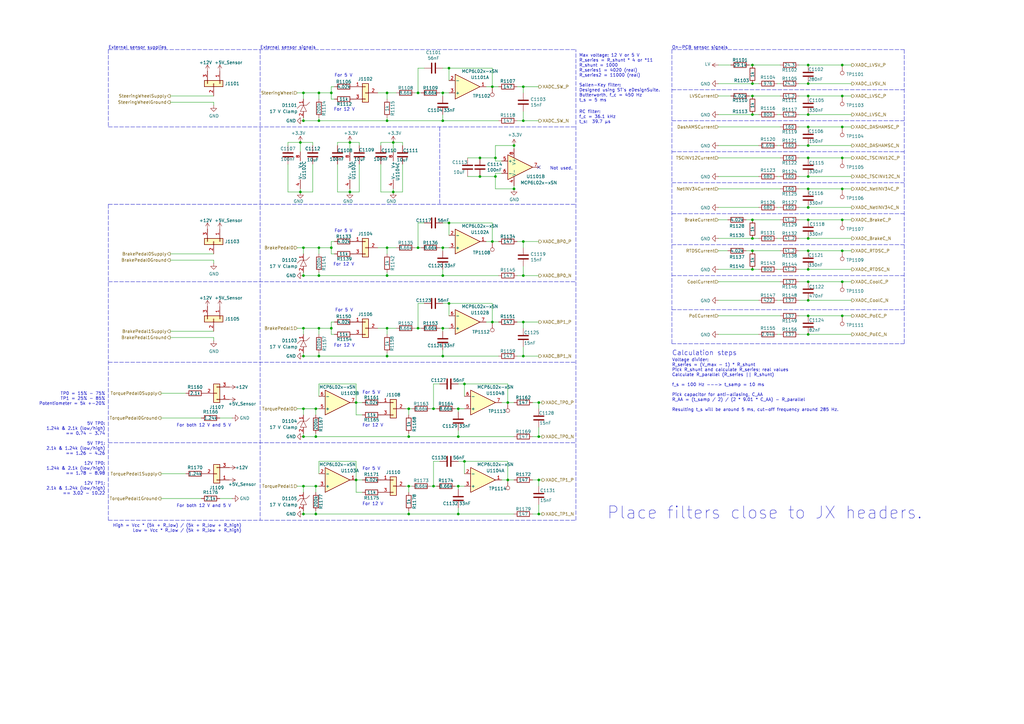
<source format=kicad_sch>
(kicad_sch (version 20231120) (generator "eeschema") (generator_version "8.0")
  (paper "A3")
  (title_block (title "Zynq-Based Master Controller") (date "2020-10-14") (rev "1.0") (company "JFH & SRM"))
  (junction (at 146.05 196.85))
  (junction (at 129.54 199.39))
  (junction (at 201.93 99.06))
  (junction (at 201.93 132.08))
  (junction (at 190.5 189.23))
  (junction (at 135.89 134.62))
  (junction (at 210.82 59.69))
  (junction (at 135.89 38.1))
  (junction (at 345.44 26.67))
  (junction (at 130.81 38.1))
  (junction (at 130.81 134.62))
  (junction (at 171.45 38.1))
  (junction (at 184.15 27.94))
  (junction (at 190.5 157.48))
  (junction (at 331.47 46.99))
  (junction (at 158.75 146.05))
  (junction (at 158.75 113.03))
  (junction (at 331.47 59.69))
  (junction (at 187.96 179.07))
  (junction (at 220.98 196.85))
  (junction (at 203.2 64.77))
  (junction (at 331.47 77.47))
  (junction (at 143.51 78.74))
  (junction (at 130.81 113.03))
  (junction (at 196.85 72.39))
  (junction (at 167.64 199.39))
  (junction (at 187.96 199.39))
  (junction (at 184.15 124.46))
  (junction (at 158.75 38.1))
  (junction (at 203.2 72.39))
  (junction (at 123.19 78.74))
  (junction (at 331.47 85.09))
  (junction (at 181.61 38.1))
  (junction (at 130.81 101.6))
  (junction (at 214.63 49.53))
  (junction (at 124.46 167.64))
  (junction (at 331.47 102.87))
  (junction (at 196.85 64.77))
  (junction (at 308.61 39.37))
  (junction (at 167.64 167.64))
  (junction (at 308.61 90.17))
  (junction (at 161.29 78.74))
  (junction (at 130.81 49.53))
  (junction (at 220.98 165.1))
  (junction (at 331.47 52.07))
  (junction (at 129.54 167.64))
  (junction (at 331.47 115.57))
  (junction (at 331.47 90.17))
  (junction (at 181.61 101.6))
  (junction (at 124.46 146.05))
  (junction (at 184.15 91.44))
  (junction (at 181.61 49.53))
  (junction (at 210.82 77.47))
  (junction (at 124.46 199.39))
  (junction (at 124.46 113.03))
  (junction (at 308.61 26.67))
  (junction (at 345.44 115.57))
  (junction (at 146.05 165.1))
  (junction (at 331.47 64.77))
  (junction (at 345.44 39.37))
  (junction (at 331.47 39.37))
  (junction (at 124.46 49.53))
  (junction (at 124.46 210.82))
  (junction (at 220.98 210.82))
  (junction (at 214.63 132.08))
  (junction (at 214.63 35.56))
  (junction (at 331.47 110.49))
  (junction (at 187.96 167.64))
  (junction (at 308.61 97.79))
  (junction (at 345.44 52.07))
  (junction (at 129.54 210.82))
  (junction (at 130.81 146.05))
  (junction (at 161.29 58.42))
  (junction (at 124.46 179.07))
  (junction (at 181.61 113.03))
  (junction (at 124.46 38.1))
  (junction (at 158.75 49.53))
  (junction (at 135.89 101.6))
  (junction (at 201.93 35.56))
  (junction (at 331.47 72.39))
  (junction (at 331.47 34.29))
  (junction (at 345.44 129.54))
  (junction (at 171.45 101.6))
  (junction (at 177.8 167.64))
  (junction (at 143.51 58.42))
  (junction (at 214.63 113.03))
  (junction (at 158.75 101.6))
  (junction (at 171.45 134.62))
  (junction (at 345.44 77.47))
  (junction (at 177.8 199.39))
  (junction (at 214.63 146.05))
  (junction (at 220.98 179.07))
  (junction (at 158.75 134.62))
  (junction (at 308.61 34.29))
  (junction (at 331.47 129.54))
  (junction (at 187.96 210.82))
  (junction (at 331.47 26.67))
  (junction (at 308.61 46.99))
  (junction (at 181.61 134.62))
  (junction (at 167.64 210.82))
  (junction (at 208.28 196.85))
  (junction (at 331.47 123.19))
  (junction (at 124.46 134.62))
  (junction (at 167.64 179.07))
  (junction (at 345.44 64.77))
  (junction (at 124.46 101.6))
  (junction (at 331.47 97.79))
  (junction (at 208.28 165.1))
  (junction (at 331.47 137.16))
  (junction (at 129.54 179.07))
  (junction (at 181.61 146.05))
  (junction (at 345.44 90.17))
  (junction (at 123.19 58.42))
  (junction (at 214.63 99.06))
  (junction (at 308.61 110.49))
  (junction (at 345.44 102.87))
  (junction (at 308.61 102.87))
  (no_connect (at 220.98 68.58))
  (wire (pts (xy 130.81 113.03) (xy 158.75 113.03)))
  (wire (pts (xy 87.63 106.68) (xy 87.63 107.95)))
  (wire (pts (xy 180.34 157.48) (xy 177.8 157.48)))
  (polyline (pts (xy 180.34 52.07) (xy 180.34 83.82)) (stroke (width 0) (type dash)))
  (wire (pts (xy 130.81 38.1) (xy 135.89 38.1)))
  (wire (pts (xy 199.39 99.06) (xy 201.93 99.06)))
  (wire (pts (xy 167.64 170.18) (xy 167.64 167.64)))
  (wire (pts (xy 308.61 34.29) (xy 311.15 34.29)))
  (wire (pts (xy 170.18 38.1) (xy 171.45 38.1)))
  (wire (pts (xy 158.75 38.1) (xy 162.56 38.1)))
  (wire (pts (xy 130.81 49.53) (xy 158.75 49.53)))
  (wire (pts (xy 203.2 71.12) (xy 205.74 71.12)))
  (wire (pts (xy 181.61 134.62) (xy 181.61 135.89)))
  (wire (pts (xy 161.29 62.23) (xy 161.29 58.42)))
  (wire (pts (xy 156.21 78.74) (xy 161.29 78.74)))
  (wire (pts (xy 124.46 38.1) (xy 130.81 38.1)))
  (wire (pts (xy 214.63 113.03) (xy 212.09 113.03)))
  (wire (pts (xy 158.75 38.1) (xy 158.75 40.64)))
  (wire (pts (xy 121.92 134.62) (xy 124.46 134.62)))
  (wire (pts (xy 308.61 97.79) (xy 294.64 97.79)))
  (wire (pts (xy 135.89 134.62) (xy 135.89 137.16)))
  (wire (pts (xy 214.63 35.56) (xy 214.63 38.1)))
  (wire (pts (xy 156.21 58.42) (xy 161.29 58.42)))
  (wire (pts (xy 220.98 207.01) (xy 220.98 210.82)))
  (wire (pts (xy 331.47 72.39) (xy 349.25 72.39)))
  (wire (pts (xy 166.37 167.64) (xy 167.64 167.64)))
  (wire (pts (xy 214.63 146.05) (xy 212.09 146.05)))
  (wire (pts (xy 177.8 189.23) (xy 177.8 199.39)))
  (wire (pts (xy 135.89 99.06) (xy 137.16 99.06)))
  (wire (pts (xy 123.19 77.47) (xy 123.19 78.74)))
  (wire (pts (xy 135.89 40.64) (xy 137.16 40.64)))
  (wire (pts (xy 311.15 59.69) (xy 294.64 59.69)))
  (wire (pts (xy 331.47 137.16) (xy 349.25 137.16)))
  (wire (pts (xy 294.64 77.47) (xy 320.04 77.47)))
  (wire (pts (xy 156.21 67.31) (xy 156.21 78.74)))
  (wire (pts (xy 220.98 165.1) (xy 220.98 167.64)))
  (polyline (pts (xy 275.59 100.33) (xy 370.84 100.33)) (stroke (width 0) (type dash)))
  (wire (pts (xy 69.85 41.91) (xy 87.63 41.91)))
  (wire (pts (xy 214.63 146.05) (xy 220.98 146.05)))
  (wire (pts (xy 124.46 144.78) (xy 124.46 146.05)))
  (wire (pts (xy 214.63 113.03) (xy 220.98 113.03)))
  (wire (pts (xy 331.47 77.47) (xy 345.44 77.47)))
  (wire (pts (xy 168.91 199.39) (xy 167.64 199.39)))
  (polyline (pts (xy 275.59 127) (xy 370.84 127)) (stroke (width 0) (type dash)))
  (wire (pts (xy 176.53 199.39) (xy 177.8 199.39)))
  (wire (pts (xy 184.15 96.52) (xy 184.15 91.44)))
  (wire (pts (xy 306.07 102.87) (xy 308.61 102.87)))
  (wire (pts (xy 214.63 49.53) (xy 212.09 49.53)))
  (wire (pts (xy 201.93 35.56) (xy 204.47 35.56)))
  (polyline (pts (xy 275.59 74.93) (xy 370.84 74.93)) (stroke (width 0) (type dash)))
  (wire (pts (xy 331.47 52.07) (xy 345.44 52.07)))
  (wire (pts (xy 180.34 134.62) (xy 181.61 134.62)))
  (wire (pts (xy 331.47 59.69) (xy 349.25 59.69)))
  (wire (pts (xy 208.28 196.85) (xy 208.28 189.23)))
  (polyline (pts (xy 275.59 20.32) (xy 370.84 20.32)) (stroke (width 0) (type dash)))
  (wire (pts (xy 308.61 110.49) (xy 294.64 110.49)))
  (wire (pts (xy 146.05 165.1) (xy 148.59 165.1)))
  (wire (pts (xy 165.1 59.69) (xy 165.1 58.42)))
  (wire (pts (xy 124.46 38.1) (xy 124.46 40.64)))
  (wire (pts (xy 327.66 102.87) (xy 331.47 102.87)))
  (wire (pts (xy 158.75 113.03) (xy 181.61 113.03)))
  (wire (pts (xy 135.89 104.14) (xy 137.16 104.14)))
  (wire (pts (xy 146.05 189.23) (xy 146.05 196.85)))
  (wire (pts (xy 154.94 101.6) (xy 158.75 101.6)))
  (polyline (pts (xy 275.59 62.23) (xy 370.84 62.23)) (stroke (width 0) (type dash)))
  (wire (pts (xy 138.43 67.31) (xy 138.43 78.74)))
  (wire (pts (xy 124.46 179.07) (xy 129.54 179.07)))
  (wire (pts (xy 345.44 64.77) (xy 349.25 64.77)))
  (wire (pts (xy 187.96 199.39) (xy 190.5 199.39)))
  (wire (pts (xy 90.17 204.47) (xy 95.25 204.47)))
  (wire (pts (xy 158.75 101.6) (xy 158.75 104.14)))
  (wire (pts (xy 171.45 91.44) (xy 171.45 101.6)))
  (wire (pts (xy 222.25 210.82) (xy 220.98 210.82)))
  (polyline (pts (xy 44.45 148.59) (xy 236.22 148.59)) (stroke (width 0) (type dash)))
  (wire (pts (xy 121.92 38.1) (xy 124.46 38.1)))
  (wire (pts (xy 181.61 38.1) (xy 184.15 38.1)))
  (wire (pts (xy 123.19 78.74) (xy 128.27 78.74)))
  (wire (pts (xy 181.61 146.05) (xy 181.61 143.51)))
  (wire (pts (xy 135.89 38.1) (xy 135.89 40.64)))
  (wire (pts (xy 331.47 46.99) (xy 349.25 46.99)))
  (wire (pts (xy 331.47 129.54) (xy 345.44 129.54)))
  (wire (pts (xy 331.47 110.49) (xy 349.25 110.49)))
  (wire (pts (xy 124.46 209.55) (xy 124.46 210.82)))
  (wire (pts (xy 146.05 201.93) (xy 148.59 201.93)))
  (wire (pts (xy 214.63 132.08) (xy 214.63 134.62)))
  (wire (pts (xy 147.32 67.31) (xy 147.32 78.74)))
  (wire (pts (xy 124.46 177.8) (xy 124.46 179.07)))
  (wire (pts (xy 158.75 146.05) (xy 181.61 146.05)))
  (wire (pts (xy 161.29 78.74) (xy 161.29 77.47)))
  (wire (pts (xy 214.63 45.72) (xy 214.63 49.53)))
  (wire (pts (xy 184.15 27.94) (xy 201.93 27.94)))
  (wire (pts (xy 176.53 167.64) (xy 177.8 167.64)))
  (wire (pts (xy 327.66 90.17) (xy 331.47 90.17)))
  (wire (pts (xy 66.04 171.45) (xy 82.55 171.45)))
  (wire (pts (xy 331.47 85.09) (xy 349.25 85.09)))
  (wire (pts (xy 181.61 146.05) (xy 204.47 146.05)))
  (wire (pts (xy 130.81 146.05) (xy 158.75 146.05)))
  (wire (pts (xy 294.64 39.37) (xy 299.72 39.37)))
  (wire (pts (xy 190.5 189.23) (xy 208.28 189.23)))
  (wire (pts (xy 331.47 97.79) (xy 349.25 97.79)))
  (wire (pts (xy 87.63 138.43) (xy 87.63 139.7)))
  (polyline (pts (xy 275.59 140.97) (xy 370.84 140.97)) (stroke (width 0) (type dash)))
  (wire (pts (xy 214.63 99.06) (xy 214.63 101.6)))
  (wire (pts (xy 201.93 132.08) (xy 204.47 132.08)))
  (wire (pts (xy 124.46 101.6) (xy 130.81 101.6)))
  (wire (pts (xy 118.11 58.42) (xy 118.11 59.69)))
  (wire (pts (xy 118.11 58.42) (xy 123.19 58.42)))
  (wire (pts (xy 331.47 85.09) (xy 327.66 85.09)))
  (wire (pts (xy 212.09 99.06) (xy 214.63 99.06)))
  (wire (pts (xy 130.81 48.26) (xy 130.81 49.53)))
  (wire (pts (xy 220.98 175.26) (xy 220.98 179.07)))
  (wire (pts (xy 118.11 67.31) (xy 118.11 78.74)))
  (wire (pts (xy 220.98 196.85) (xy 220.98 199.39)))
  (wire (pts (xy 177.8 157.48) (xy 177.8 167.64)))
  (wire (pts (xy 158.75 101.6) (xy 162.56 101.6)))
  (wire (pts (xy 170.18 134.62) (xy 171.45 134.62)))
  (wire (pts (xy 190.5 157.48) (xy 208.28 157.48)))
  (wire (pts (xy 311.15 97.79) (xy 308.61 97.79)))
  (wire (pts (xy 345.44 39.37) (xy 349.25 39.37)))
  (wire (pts (xy 129.54 209.55) (xy 129.54 210.82)))
  (wire (pts (xy 308.61 46.99) (xy 294.64 46.99)))
  (wire (pts (xy 187.96 199.39) (xy 187.96 200.66)))
  (wire (pts (xy 214.63 49.53) (xy 220.98 49.53)))
  (wire (pts (xy 331.47 123.19) (xy 327.66 123.19)))
  (wire (pts (xy 345.44 115.57) (xy 349.25 115.57)))
  (wire (pts (xy 66.04 161.29) (xy 76.2 161.29)))
  (wire (pts (xy 180.34 38.1) (xy 181.61 38.1)))
  (wire (pts (xy 218.44 165.1) (xy 220.98 165.1)))
  (wire (pts (xy 331.47 97.79) (xy 327.66 97.79)))
  (wire (pts (xy 130.81 101.6) (xy 135.89 101.6)))
  (wire (pts (xy 135.89 101.6) (xy 135.89 104.14)))
  (wire (pts (xy 331.47 137.16) (xy 327.66 137.16)))
  (wire (pts (xy 69.85 39.37) (xy 87.63 39.37)))
  (wire (pts (xy 318.77 59.69) (xy 320.04 59.69)))
  (wire (pts (xy 318.77 34.29) (xy 320.04 34.29)))
  (wire (pts (xy 124.46 48.26) (xy 124.46 49.53)))
  (wire (pts (xy 124.46 111.76) (xy 124.46 113.03)))
  (wire (pts (xy 121.92 101.6) (xy 124.46 101.6)))
  (wire (pts (xy 146.05 196.85) (xy 148.59 196.85)))
  (wire (pts (xy 214.63 132.08) (xy 220.98 132.08)))
  (polyline (pts (xy 370.84 20.32) (xy 370.84 140.97)) (stroke (width 0) (type dash)))
  (wire (pts (xy 327.66 115.57) (xy 331.47 115.57)))
  (wire (pts (xy 124.46 167.64) (xy 124.46 170.18)))
  (wire (pts (xy 318.77 85.09) (xy 320.04 85.09)))
  (polyline (pts (xy 44.45 213.36) (xy 236.22 213.36)) (stroke (width 0) (type dash)))
  (wire (pts (xy 184.15 33.02) (xy 184.15 27.94)))
  (wire (pts (xy 214.63 142.24) (xy 214.63 146.05)))
  (wire (pts (xy 95.25 171.45) (xy 90.17 171.45)))
  (wire (pts (xy 187.96 179.07) (xy 210.82 179.07)))
  (wire (pts (xy 210.82 77.47) (xy 203.2 77.47)))
  (wire (pts (xy 171.45 134.62) (xy 172.72 134.62)))
  (wire (pts (xy 146.05 165.1) (xy 146.05 170.18)))
  (wire (pts (xy 208.28 165.1) (xy 208.28 157.48)))
  (wire (pts (xy 128.27 59.69) (xy 128.27 58.42)))
  (wire (pts (xy 318.77 46.99) (xy 320.04 46.99)))
  (wire (pts (xy 214.63 35.56) (xy 220.98 35.56)))
  (wire (pts (xy 124.46 101.6) (xy 124.46 104.14)))
  (wire (pts (xy 331.47 34.29) (xy 327.66 34.29)))
  (wire (pts (xy 173.99 124.46) (xy 171.45 124.46)))
  (wire (pts (xy 135.89 137.16) (xy 137.16 137.16)))
  (wire (pts (xy 147.32 59.69) (xy 147.32 58.42)))
  (wire (pts (xy 128.27 78.74) (xy 128.27 67.31)))
  (wire (pts (xy 130.81 144.78) (xy 130.81 146.05)))
  (wire (pts (xy 124.46 49.53) (xy 130.81 49.53)))
  (wire (pts (xy 331.47 115.57) (xy 345.44 115.57)))
  (wire (pts (xy 320.04 97.79) (xy 318.77 97.79)))
  (wire (pts (xy 308.61 90.17) (xy 320.04 90.17)))
  (wire (pts (xy 320.04 110.49) (xy 318.77 110.49)))
  (wire (pts (xy 212.09 35.56) (xy 214.63 35.56)))
  (polyline (pts (xy 44.45 52.07) (xy 236.22 52.07)) (stroke (width 0) (type dash)))
  (wire (pts (xy 327.66 39.37) (xy 331.47 39.37)))
  (wire (pts (xy 124.46 199.39) (xy 124.46 201.93)))
  (wire (pts (xy 158.75 134.62) (xy 162.56 134.62)))
  (wire (pts (xy 187.96 157.48) (xy 190.5 157.48)))
  (wire (pts (xy 190.5 162.56) (xy 190.5 157.48)))
  (wire (pts (xy 124.46 134.62) (xy 124.46 137.16)))
  (wire (pts (xy 171.45 27.94) (xy 171.45 38.1)))
  (wire (pts (xy 187.96 176.53) (xy 187.96 179.07)))
  (wire (pts (xy 173.99 27.94) (xy 171.45 27.94)))
  (wire (pts (xy 69.85 106.68) (xy 87.63 106.68)))
  (wire (pts (xy 331.47 64.77) (xy 345.44 64.77)))
  (wire (pts (xy 146.05 170.18) (xy 148.59 170.18)))
  (wire (pts (xy 306.07 90.17) (xy 308.61 90.17)))
  (wire (pts (xy 308.61 34.29) (xy 294.64 34.29)))
  (wire (pts (xy 128.27 58.42) (xy 123.19 58.42)))
  (wire (pts (xy 203.2 59.69) (xy 210.82 59.69)))
  (wire (pts (xy 345.44 77.47) (xy 349.25 77.47)))
  (wire (pts (xy 181.61 124.46) (xy 184.15 124.46)))
  (wire (pts (xy 129.54 210.82) (xy 167.64 210.82)))
  (wire (pts (xy 331.47 59.69) (xy 327.66 59.69)))
  (wire (pts (xy 345.44 102.87) (xy 349.25 102.87)))
  (wire (pts (xy 187.96 210.82) (xy 210.82 210.82)))
  (wire (pts (xy 294.64 129.54) (xy 320.04 129.54)))
  (wire (pts (xy 201.93 35.56) (xy 201.93 27.94)))
  (polyline (pts (xy 44.45 115.57) (xy 236.22 115.57)) (stroke (width 0) (type dash)))
  (wire (pts (xy 184.15 124.46) (xy 201.93 124.46)))
  (wire (pts (xy 318.77 72.39) (xy 320.04 72.39)))
  (wire (pts (xy 203.2 64.77) (xy 196.85 64.77)))
  (wire (pts (xy 187.96 189.23) (xy 190.5 189.23)))
  (wire (pts (xy 184.15 91.44) (xy 201.93 91.44)))
  (wire (pts (xy 158.75 111.76) (xy 158.75 113.03)))
  (wire (pts (xy 171.45 38.1) (xy 172.72 38.1)))
  (wire (pts (xy 130.81 137.16) (xy 130.81 134.62)))
  (wire (pts (xy 173.99 91.44) (xy 171.45 91.44)))
  (wire (pts (xy 135.89 35.56) (xy 135.89 38.1)))
  (wire (pts (xy 181.61 27.94) (xy 184.15 27.94)))
  (wire (pts (xy 311.15 46.99) (xy 308.61 46.99)))
  (wire (pts (xy 220.98 196.85) (xy 222.25 196.85)))
  (wire (pts (xy 165.1 67.31) (xy 165.1 78.74)))
  (wire (pts (xy 208.28 165.1) (xy 210.82 165.1)))
  (wire (pts (xy 214.63 109.22) (xy 214.63 113.03)))
  (wire (pts (xy 167.64 209.55) (xy 167.64 210.82)))
  (wire (pts (xy 294.64 52.07) (xy 320.04 52.07)))
  (wire (pts (xy 129.54 179.07) (xy 167.64 179.07)))
  (wire (pts (xy 196.85 64.77) (xy 191.77 64.77)))
  (wire (pts (xy 331.47 72.39) (xy 327.66 72.39)))
  (wire (pts (xy 187.96 167.64) (xy 187.96 168.91)))
  (polyline (pts (xy 275.59 49.53) (xy 370.84 49.53)) (stroke (width 0) (type dash)))
  (wire (pts (xy 124.46 199.39) (xy 129.54 199.39)))
  (wire (pts (xy 187.96 167.64) (xy 190.5 167.64)))
  (wire (pts (xy 220.98 179.07) (xy 222.25 179.07)))
  (wire (pts (xy 130.81 157.48) (xy 146.05 157.48)))
  (wire (pts (xy 331.47 102.87) (xy 345.44 102.87)))
  (wire (pts (xy 129.54 201.93) (xy 129.54 199.39)))
  (wire (pts (xy 69.85 135.89) (xy 87.63 135.89)))
  (wire (pts (xy 171.45 124.46) (xy 171.45 134.62)))
  (polyline (pts (xy 275.59 113.03) (xy 370.84 113.03)) (stroke (width 0) (type dash)))
  (wire (pts (xy 180.34 189.23) (xy 177.8 189.23)))
  (wire (pts (xy 201.93 99.06) (xy 201.93 91.44)))
  (polyline (pts (xy 44.45 20.32) (xy 236.22 20.32)) (stroke (width 0) (type dash)))
  (wire (pts (xy 184.15 129.54) (xy 184.15 124.46)))
  (wire (pts (xy 299.72 26.67) (xy 294.64 26.67)))
  (wire (pts (xy 135.89 132.08) (xy 137.16 132.08)))
  (wire (pts (xy 146.05 157.48) (xy 146.05 165.1)))
  (wire (pts (xy 311.15 72.39) (xy 294.64 72.39)))
  (wire (pts (xy 129.54 167.64) (xy 130.81 167.64)))
  (wire (pts (xy 294.64 64.77) (xy 320.04 64.77)))
  (wire (pts (xy 181.61 46.99) (xy 181.61 49.53)))
  (wire (pts (xy 124.46 167.64) (xy 129.54 167.64)))
  (wire (pts (xy 294.64 115.57) (xy 320.04 115.57)))
  (polyline (pts (xy 275.59 36.83) (xy 370.84 36.83)) (stroke (width 0) (type dash)))
  (polyline (pts (xy 236.22 213.36) (xy 236.22 20.32)) (stroke (width 0) (type dash)))
  (wire (pts (xy 327.66 52.07) (xy 331.47 52.07)))
  (wire (pts (xy 129.54 177.8) (xy 129.54 179.07)))
  (wire (pts (xy 66.04 194.31) (xy 76.2 194.31)))
  (wire (pts (xy 186.69 199.39) (xy 187.96 199.39)))
  (wire (pts (xy 177.8 199.39) (xy 179.07 199.39)))
  (wire (pts (xy 331.47 110.49) (xy 327.66 110.49)))
  (wire (pts (xy 87.63 41.91) (xy 87.63 43.18)))
  (wire (pts (xy 130.81 134.62) (xy 135.89 134.62)))
  (wire (pts (xy 331.47 90.17) (xy 345.44 90.17)))
  (wire (pts (xy 199.39 35.56) (xy 201.93 35.56)))
  (wire (pts (xy 181.61 49.53) (xy 204.47 49.53)))
  (wire (pts (xy 203.2 66.04) (xy 203.2 64.77)))
  (wire (pts (xy 130.81 189.23) (xy 146.05 189.23)))
  (wire (pts (xy 167.64 201.93) (xy 167.64 199.39)))
  (wire (pts (xy 186.69 167.64) (xy 187.96 167.64)))
  (wire (pts (xy 165.1 78.74) (xy 161.29 78.74)))
  (wire (pts (xy 130.81 104.14) (xy 130.81 101.6)))
  (wire (pts (xy 214.63 99.06) (xy 220.98 99.06)))
  (wire (pts (xy 311.15 137.16) (xy 294.64 137.16)))
  (wire (pts (xy 167.64 167.64) (xy 168.91 167.64)))
  (wire (pts (xy 171.45 101.6) (xy 172.72 101.6)))
  (wire (pts (xy 327.66 26.67) (xy 331.47 26.67)))
  (wire (pts (xy 167.64 179.07) (xy 187.96 179.07)))
  (wire (pts (xy 118.11 78.74) (xy 123.19 78.74)))
  (polyline (pts (xy 44.45 83.82) (xy 44.45 213.36)) (stroke (width 0) (type dash)))
  (wire (pts (xy 331.47 34.29) (xy 349.25 34.29)))
  (wire (pts (xy 308.61 102.87) (xy 320.04 102.87)))
  (wire (pts (xy 210.82 76.2) (xy 210.82 77.47)))
  (wire (pts (xy 345.44 26.67) (xy 349.25 26.67)))
  (wire (pts (xy 220.98 210.82) (xy 218.44 210.82)))
  (polyline (pts (xy 44.45 20.32) (xy 44.45 52.07)) (stroke (width 0) (type dash)))
  (wire (pts (xy 158.75 144.78) (xy 158.75 146.05)))
  (wire (pts (xy 124.46 146.05) (xy 130.81 146.05)))
  (wire (pts (xy 177.8 167.64) (xy 179.07 167.64)))
  (wire (pts (xy 135.89 99.06) (xy 135.89 101.6)))
  (wire (pts (xy 124.46 113.03) (xy 130.81 113.03)))
  (wire (pts (xy 320.04 123.19) (xy 318.77 123.19)))
  (wire (pts (xy 181.61 134.62) (xy 184.15 134.62)))
  (wire (pts (xy 331.47 39.37) (xy 345.44 39.37)))
  (polyline (pts (xy 275.59 20.32) (xy 275.59 140.97)) (stroke (width 0) (type dash)))
  (wire (pts (xy 311.15 85.09) (xy 294.64 85.09)))
  (wire (pts (xy 121.92 167.64) (xy 124.46 167.64)))
  (wire (pts (xy 154.94 134.62) (xy 158.75 134.62)))
  (wire (pts (xy 130.81 162.56) (xy 130.81 157.48)))
  (wire (pts (xy 138.43 58.42) (xy 143.51 58.42)))
  (wire (pts (xy 327.66 77.47) (xy 331.47 77.47)))
  (wire (pts (xy 203.2 64.77) (xy 203.2 59.69)))
  (polyline (pts (xy 106.68 20.32) (xy 106.68 213.36)) (stroke (width 0) (type dash)))
  (wire (pts (xy 208.28 196.85) (xy 210.82 196.85)))
  (wire (pts (xy 181.61 113.03) (xy 204.47 113.03)))
  (wire (pts (xy 138.43 78.74) (xy 143.51 78.74)))
  (wire (pts (xy 201.93 132.08) (xy 201.93 124.46)))
  (wire (pts (xy 121.92 199.39) (xy 124.46 199.39)))
  (wire (pts (xy 191.77 72.39) (xy 196.85 72.39)))
  (wire (pts (xy 205.74 196.85) (xy 208.28 196.85)))
  (wire (pts (xy 218.44 196.85) (xy 220.98 196.85)))
  (wire (pts (xy 308.61 39.37) (xy 320.04 39.37)))
  (wire (pts (xy 327.66 64.77) (xy 331.47 64.77)))
  (wire (pts (xy 180.34 101.6) (xy 181.61 101.6)))
  (wire (pts (xy 199.39 132.08) (xy 201.93 132.08)))
  (polyline (pts (xy 44.45 181.61) (xy 236.22 181.61)) (stroke (width 0) (type dash)))
  (wire (pts (xy 331.47 123.19) (xy 349.25 123.19)))
  (wire (pts (xy 129.54 199.39) (xy 130.81 199.39)))
  (wire (pts (xy 203.2 77.47) (xy 203.2 72.39)))
  (polyline (pts (xy 44.45 83.82) (xy 236.22 83.82)) (stroke (width 0) (type dash)))
  (wire (pts (xy 308.61 26.67) (xy 320.04 26.67)))
  (wire (pts (xy 205.74 66.04) (xy 203.2 66.04)))
  (wire (pts (xy 69.85 138.43) (xy 87.63 138.43)))
  (wire (pts (xy 181.61 101.6) (xy 184.15 101.6)))
  (wire (pts (xy 210.82 60.96) (xy 210.82 59.69)))
  (wire (pts (xy 158.75 134.62) (xy 158.75 137.16)))
  (wire (pts (xy 307.34 39.37) (xy 308.61 39.37)))
  (wire (pts (xy 345.44 90.17) (xy 349.25 90.17)))
  (wire (pts (xy 130.81 40.64) (xy 130.81 38.1)))
  (wire (pts (xy 154.94 38.1) (xy 158.75 38.1)))
  (wire (pts (xy 331.47 26.67) (xy 345.44 26.67)))
  (wire (pts (xy 196.85 72.39) (xy 203.2 72.39)))
  (wire (pts (xy 138.43 59.69) (xy 138.43 58.42)))
  (wire (pts (xy 123.19 62.23) (xy 123.19 58.42)))
  (wire (pts (xy 345.44 129.54) (xy 349.25 129.54)))
  (wire (pts (xy 66.04 204.47) (xy 82.55 204.47)))
  (wire (pts (xy 307.34 26.67) (xy 308.61 26.67)))
  (wire (pts (xy 218.44 179.07) (xy 220.98 179.07)))
  (wire (pts (xy 331.47 46.99) (xy 327.66 46.99)))
  (wire (pts (xy 143.51 62.23) (xy 143.51 58.42)))
  (wire (pts (xy 320.04 137.16) (xy 318.77 137.16)))
  (wire (pts (xy 311.15 123.19) (xy 294.64 123.19)))
  (wire (pts (xy 147.32 58.42) (xy 143.51 58.42)))
  (wire (pts (xy 181.61 91.44) (xy 184.15 91.44)))
  (wire (pts (xy 181.61 110.49) (xy 181.61 113.03)))
  (wire (pts (xy 345.44 52.07) (xy 349.25 52.07)))
  (wire (pts (xy 294.64 102.87) (xy 298.45 102.87)))
  (wire (pts (xy 203.2 72.39) (xy 203.2 71.12)))
  (wire (pts (xy 158.75 48.26) (xy 158.75 49.53)))
  (wire (pts (xy 311.15 110.49) (xy 308.61 110.49)))
  (wire (pts (xy 143.51 78.74) (xy 143.51 77.47)))
  (wire (pts (xy 181.61 38.1) (xy 181.61 39.37)))
  (wire (pts (xy 201.93 99.06) (xy 204.47 99.06)))
  (wire (pts (xy 170.18 101.6) (xy 171.45 101.6)))
  (wire (pts (xy 167.64 210.82) (xy 187.96 210.82)))
  (wire (pts (xy 135.89 35.56) (xy 137.16 35.56)))
  (polyline (pts (xy 275.59 87.63) (xy 370.84 87.63)) (stroke (width 0) (type dash)))
  (wire (pts (xy 181.61 101.6) (xy 181.61 102.87)))
  (wire (pts (xy 130.81 189.23) (xy 130.81 194.31)))
  (wire (pts (xy 205.74 165.1) (xy 208.28 165.1)))
  (wire (pts (xy 190.5 194.31) (xy 190.5 189.23)))
  (wire (pts (xy 124.46 134.62) (xy 130.81 134.62)))
  (wire (pts (xy 124.46 210.82) (xy 129.54 210.82)))
  (wire (pts (xy 167.64 199.39) (xy 166.37 199.39)))
  (wire (pts (xy 129.54 170.18) (xy 129.54 167.64)))
  (wire (pts (xy 294.64 90.17) (xy 298.45 90.17)))
  (wire (pts (xy 212.09 132.08) (xy 214.63 132.08)))
  (wire (pts (xy 135.89 132.08) (xy 135.89 134.62)))
  (wire (pts (xy 130.81 111.76) (xy 130.81 113.03)))
  (wire (pts (xy 146.05 196.85) (xy 146.05 201.93)))
  (wire (pts (xy 158.75 49.53) (xy 181.61 49.53)))
  (wire (pts (xy 167.64 177.8) (xy 167.64 179.07)))
  (wire (pts (xy 147.32 78.74) (xy 143.51 78.74)))
  (wire (pts (xy 165.1 58.42) (xy 161.29 58.42)))
  (wire (pts (xy 220.98 165.1) (xy 222.25 165.1)))
  (wire (pts (xy 327.66 129.54) (xy 331.47 129.54)))
  (wire (pts (xy 156.21 59.69) (xy 156.21 58.42)))
  (wire (pts (xy 69.85 104.14) (xy 87.63 104.14)))
  (wire (pts (xy 187.96 210.82) (xy 187.96 208.28)))
  (text "For 12 V" (at 136.906 45.72 0) (effects (font (size 1.27 1.27)) (justify left bottom)))
  (text "Place filters close to JX headers." (at 378.46 213.36 0) (effects (font (size 5.0038 5.0038)) (justify right bottom)))
  (text "TP0 = 15% - 75%\nTP1 = 25% - 85%\nPotentiometer = 5k +-20%" (at 43.18 166.37 0) (effects (font (size 1.27 1.27)) (justify right bottom)))
  (text "For 12 V" (at 136.652 109.22 0) (effects (font (size 1.27 1.27)) (justify left bottom)))
  (text "For 5 V" (at 137.16 95.504 0) (effects (font (size 1.27 1.27)) (justify left bottom)))
  (text "For 12 V" (at 148.59 175.26 0) (effects (font (size 1.27 1.27)) (justify left bottom)))
  (text "Sallen-Key filter:\nDesigned using ST's eDesignSuite.\nButterworth, f_c = 450 Hz\nt_s = 5 ms" (at 237.49 41.91 0) (effects (font (size 1.27 1.27)) (justify left bottom)))
  (text "Calculation steps\n" (at 275.59 146.05 0) (effects (font (size 2.0066 2.0066)) (justify left bottom)))
  (text "Max voltage: 12 V or 5 V\nR_series = R_shunt * 4 or *11\nR_shunt = 1000\nR_series1 = 4020 (real)\nR_series2 = 11000 (real)" (at 237.49 31.75 0) (effects (font (size 1.27 1.27)) (justify left bottom)))
  (text "Voltage divider:\nR_series = (V_max - 1) * R_shunt\nPick R_shunt and calculate R_series; real values\nCalculate R_parallel (R_series || R_shunt)\n\nf_s = 100 Hz ---> t_samp = 10 ms\n\nPick capacitor for anti-aliasing, C_AA\nR_AA = (t_samp / 2) / (2 * 9.01 * C_AA) - R_parallel\n\nResulting t_s will be around 5 ms, cut-off frequency around 285 Hz." (at 275.59 168.91 0) (effects (font (size 1.27 1.27)) (justify left bottom)))
  (text "On-PCB sensor signals" (at 275.59 20.32 0) (effects (font (size 1.27 1.27)) (justify left bottom)))
  (text "For 5 V" (at 137.414 128.016 0) (effects (font (size 1.27 1.27)) (justify left bottom)))
  (text "External sensor signals" (at 106.68 20.32 0) (effects (font (size 1.27 1.27)) (justify left bottom)))
  (text "For 5 V" (at 148.59 193.04 0) (effects (font (size 1.27 1.27)) (justify left bottom)))
  (text "For 12 V" (at 148.59 207.518 0) (effects (font (size 1.27 1.27)) (justify left bottom)))
  (text "Not used." (at 234.95 69.85 0) (effects (font (size 1.27 1.27)) (justify right bottom)))
  (text "RC filter:\nf_c = 36.1 kHz\nt_s:  39.7 µs" (at 237.49 50.8 0) (effects (font (size 1.27 1.27)) (justify left bottom)))
  (text "For 12 V" (at 136.906 142.494 0) (effects (font (size 1.27 1.27)) (justify left bottom)))
  (text "High = Vcc * (5k + R_low) / (5k + R_low + R_high)\nLow = Vcc * R_low / (5k + R_low + R_high)" (at 99.06 218.44 0) (effects (font (size 1.27 1.27)) (justify right bottom)))
  (text "For 5 V" (at 148.59 161.798 0) (effects (font (size 1.27 1.27)) (justify left bottom)))
  (text "For 5 V" (at 137.16 31.75 0) (effects (font (size 1.27 1.27)) (justify left bottom)))
  (text "For both 12 V and 5 V" (at 72.39 175.26 0) (effects (font (size 1.27 1.27)) (justify left bottom)))
  (text "5V TP0:\n1.24k & 2.1k (low/high)\n== 0.74 - 3.74\n\n5V TP1:\n2.1k & 1.24k (low/high)\n== 1.26 - 4.26\n\n12V TP0:\n1.24k & 2.1k (low/high)\n== 1.78 - 8.98\n\n12V TP1:\n2.1k & 1.24k (low/high)\n== 3.02 - 10.22" (at 43.18 203.2 0) (effects (font (size 1.27 1.27)) (justify right bottom)))
  (text "For both 12 V and 5 V" (at 72.39 208.28 0) (effects (font (size 1.27 1.27)) (justify left bottom)))
  (text "External sensor supplies" (at 44.45 20.32 0) (effects (font (size 1.27 1.27)) (justify left bottom)))
  (hierarchical_label "XADC_SW_P" (shape output) (at 220.98 35.56 0))
  (hierarchical_label "TorquePedal0" (shape input) (at 121.92 167.64 180))
  (hierarchical_label "TorquePedal1Ground" (shape output) (at 66.04 204.47 180))
  (hierarchical_label "XADC_LVSC_P" (shape output) (at 349.25 39.37 0))
  (hierarchical_label "TorquePedal0Ground" (shape output) (at 66.04 171.45 180))
  (hierarchical_label "XADC_NetINV34C_P" (shape output) (at 349.25 77.47 0))
  (hierarchical_label "SteeringWheelGround" (shape output) (at 69.85 41.91 180))
  (hierarchical_label "XADC_TP1_N" (shape output) (at 222.25 210.82 0))
  (hierarchical_label "BrakePedal1Ground" (shape output) (at 69.85 138.43 180))
  (hierarchical_label "NetINV34Current" (shape input) (at 294.64 77.47 180))
  (hierarchical_label "XADC_BrakeC_P" (shape output) (at 349.25 90.17 0))
  (hierarchical_label "TorquePedal1Supply" (shape output) (at 66.04 194.31 180))
  (hierarchical_label "XADC_PoEC_N" (shape output) (at 349.25 137.16 0))
  (hierarchical_label "XADC_BP1_N" (shape output) (at 220.98 146.05 0))
  (hierarchical_label "XADC_DASHAMSC_N" (shape output) (at 349.25 59.69 0))
  (hierarchical_label "TorquePedal1" (shape input) (at 121.92 199.39 180))
  (hierarchical_label "XADC_BrakeC_N" (shape output) (at 349.25 97.79 0))
  (hierarchical_label "BrakePedal0Supply" (shape output) (at 69.85 104.14 180))
  (hierarchical_label "XADC_TSCINV12C_P" (shape output) (at 349.25 64.77 0))
  (hierarchical_label "RTDSCurrent" (shape input) (at 294.64 102.87 180))
  (hierarchical_label "TSCINV12Current" (shape input) (at 294.64 64.77 180))
  (hierarchical_label "BrakePedal0Ground" (shape output) (at 69.85 106.68 180))
  (hierarchical_label "XADC_TP1_P" (shape output) (at 222.25 196.85 0))
  (hierarchical_label "XADC_BP1_P" (shape output) (at 220.98 132.08 0))
  (hierarchical_label "XADC_LVSV_P" (shape output) (at 349.25 26.67 0))
  (hierarchical_label "XADC_TSCINV12C_N" (shape output) (at 349.25 72.39 0))
  (hierarchical_label "DashAMSCurrent" (shape input) (at 294.64 52.07 180))
  (hierarchical_label "XADC_BP0_P" (shape output) (at 220.98 99.06 0))
  (hierarchical_label "XADC_RTDSC_N" (shape output) (at 349.25 110.49 0))
  (hierarchical_label "XADC_RTDSC_P" (shape output) (at 349.25 102.87 0))
  (hierarchical_label "CoolCurrent" (shape input) (at 294.64 115.57 180))
  (hierarchical_label "BrakePedal1" (shape input) (at 121.92 134.62 180))
  (hierarchical_label "BrakeCurrent" (shape input) (at 294.64 90.17 180))
  (hierarchical_label "XADC_CoolC_P" (shape output) (at 349.25 115.57 0))
  (hierarchical_label "XADC_PoEC_P" (shape output) (at 349.25 129.54 0))
  (hierarchical_label "XADC_TP0_N" (shape output) (at 222.25 179.07 0))
  (hierarchical_label "XADC_TP0_P" (shape output) (at 222.25 165.1 0))
  (hierarchical_label "BrakePedal0" (shape input) (at 121.92 101.6 180))
  (hierarchical_label "XADC_SW_N" (shape output) (at 220.98 49.53 0))
  (hierarchical_label "PoECurrent" (shape input) (at 294.64 129.54 180))
  (hierarchical_label "XADC_BP0_N" (shape output) (at 220.98 113.03 0))
  (hierarchical_label "BrakePedal1Supply" (shape output) (at 69.85 135.89 180))
  (hierarchical_label "TorquePedal0Supply" (shape output) (at 66.04 161.29 180))
  (hierarchical_label "XADC_DASHAMSC_P" (shape output) (at 349.25 52.07 0))
  (hierarchical_label "LVSCurrent" (shape input) (at 294.64 39.37 180))
  (hierarchical_label "SteeringWheelSupply" (shape output) (at 69.85 39.37 180))
  (hierarchical_label "XADC_LVSV_N" (shape output) (at 349.25 34.29 0))
  (hierarchical_label "XADC_NetINV34C_N" (shape output) (at 349.25 85.09 0))
  (hierarchical_label "XADC_LVSC_N" (shape output) (at 349.25 46.99 0))
  (hierarchical_label "SteeringWheel" (shape input) (at 121.92 38.1 180))
  (hierarchical_label "XADC_CoolC_N" (shape output) (at 349.25 123.19 0))
  (symbol (lib_id "Device:R") (at 303.53 39.37 270) (unit 1)
    (property "Reference" "R1110" (at 303.53 41.148 90))
    (property "Value" "4.02k" (at 303.53 39.37 90))
    (property "Footprint" "Resistor_SMD:R_0603_1608Metric" (effects (hide yes)))
  )
  (symbol (lib_id "Device:R") (at 308.61 43.18 180) (unit 1)
    (property "Reference" "R1113" (at 303.53 45.72 0))
    (property "Value" "1k" (at 308.61 43.18 90))
    (property "Footprint" "Resistor_SMD:R_0603_1608Metric" (effects (hide yes)))
  )
  (symbol (lib_id "Device:R") (at 314.96 46.99 270) (unit 1)
    (property "Reference" "R1116" (at 314.96 44.45 90))
    (property "Value" "800" (at 314.96 46.99 90))
    (property "Footprint" "Resistor_SMD:R_0603_1608Metric" (effects (hide yes)))
  )
  (symbol (lib_id "Device:R") (at 166.37 101.6 270) (unit 1)
    (property "Reference" "R1135" (at 166.37 99.568 90))
    (property "Value" "8.66k" (at 166.37 101.6 90))
    (property "Footprint" "Resistor_SMD:R_0603_1608Metric" (effects (hide yes)))
  )
  (symbol (lib_id "Device:R") (at 176.53 101.6 270) (unit 1)
    (property "Reference" "R1136" (at 176.53 99.568 90))
    (property "Value" "8.66k" (at 176.53 101.6 90))
    (property "Footprint" "Resistor_SMD:R_0603_1608Metric" (effects (hide yes)))
  )
  (symbol (lib_id "Device:C") (at 181.61 106.68 0) (unit 1)
    (property "Reference" "C1120" (at 175.514 108.966 0) (effects (justify left)))
    (property "Value" "33nF" (at 182.118 108.966 0) (effects (justify left)))
    (property "Footprint" "Capacitor_SMD:C_0603_1608Metric" (effects (hide yes)))
  )
  (symbol (lib_id "Device:C") (at 177.8 91.44 270) (unit 1)
    (property "Reference" "C1117" (at 173.736 90.424 90))
    (property "Value" "56nF" (at 181.864 90.424 90))
    (property "Footprint" "Capacitor_SMD:C_0603_1608Metric" (effects (hide yes)))
  )
  (symbol (lib_id "Device:R") (at 208.28 99.06 270) (unit 1)
    (property "Reference" "R1134" (at 208.28 97.028 90))
    (property "Value" "147" (at 208.28 99.06 90))
    (property "Footprint" "Resistor_SMD:R_0603_1608Metric" (effects (hide yes)))
  )
  (symbol (lib_id "Device:C") (at 214.63 105.41 0) (unit 1)
    (property "Reference" "C1119" (at 217.551 104.2416 0) (effects (justify left)))
    (property "Value" "15nF" (at 217.551 106.553 0) (effects (justify left)))
    (property "Footprint" "Capacitor_SMD:C_0603_1608Metric" (effects (hide yes)))
  )
  (symbol (lib_id "Device:R") (at 208.28 113.03 270) (unit 1)
    (property "Reference" "R1145" (at 208.28 110.744 90))
    (property "Value" "147" (at 208.28 113.03 90))
    (property "Footprint" "Resistor_SMD:R_0603_1608Metric" (effects (hide yes)))
  )
  (symbol (lib_id "Amplifier_Operational:MCP6L02x-xSN") (at 191.77 99.06 0) (mirror x) (unit 1)
    (property "Reference" "U1102" (at 196.85 95.25 0))
    (property "Value" "MCP6L02x-xSN" (at 196.85 92.71 0))
    (property "Footprint" "Package_SO:SOIC-8_3.9x4.9mm_P1.27mm" (effects (hide yes)))
    (property "Datasheet" "http://ww1.microchip.com/downloads/en/devicedoc/22140b.pdf" (effects (hide yes)))
  )
  (symbol (lib_id "Device:R") (at 166.37 134.62 270) (unit 1)
    (property "Reference" "R1152" (at 166.37 132.588 90))
    (property "Value" "8.66k" (at 166.37 134.62 90))
    (property "Footprint" "Resistor_SMD:R_0603_1608Metric" (effects (hide yes)))
  )
  (symbol (lib_id "Device:R") (at 176.53 134.62 270) (unit 1)
    (property "Reference" "R1153" (at 176.53 132.588 90))
    (property "Value" "8.66k" (at 176.53 134.62 90))
    (property "Footprint" "Resistor_SMD:R_0603_1608Metric" (effects (hide yes)))
  )
  (symbol (lib_id "Device:C") (at 177.8 124.46 270) (unit 1)
    (property "Reference" "C1123" (at 173.736 123.19 90))
    (property "Value" "56nF" (at 181.864 123.19 90))
    (property "Footprint" "Capacitor_SMD:C_0603_1608Metric" (effects (hide yes)))
  )
  (symbol (lib_id "Device:C") (at 181.61 139.7 0) (unit 1)
    (property "Reference" "C1126" (at 175.26 141.732 0) (effects (justify left)))
    (property "Value" "33nF" (at 181.864 141.732 0) (effects (justify left)))
    (property "Footprint" "Capacitor_SMD:C_0603_1608Metric" (effects (hide yes)))
  )
  (symbol (lib_id "Device:R") (at 208.28 132.08 270) (unit 1)
    (property "Reference" "R1151" (at 208.28 129.794 90))
    (property "Value" "147" (at 208.28 132.08 90))
    (property "Footprint" "Resistor_SMD:R_0603_1608Metric" (effects (hide yes)))
  )
  (symbol (lib_id "Device:R") (at 208.28 146.05 270) (unit 1)
    (property "Reference" "R1159" (at 208.28 144.018 90))
    (property "Value" "147" (at 208.28 146.05 90))
    (property "Footprint" "Resistor_SMD:R_0603_1608Metric" (effects (hide yes)))
  )
  (symbol (lib_id "Device:C") (at 214.63 138.43 0) (unit 1)
    (property "Reference" "C1125" (at 214.884 136.398 0) (effects (justify left)))
    (property "Value" "15nF" (at 214.884 140.716 0) (effects (justify left)))
    (property "Footprint" "Capacitor_SMD:C_0603_1608Metric" (effects (hide yes)))
  )
  (symbol (lib_id "Device:R") (at 172.72 167.64 270) (unit 1)
    (property "Reference" "R1163" (at 172.72 165.608 90))
    (property "Value" "8.66k" (at 172.72 167.64 90))
    (property "Footprint" "Resistor_SMD:R_0603_1608Metric" (effects (hide yes)))
  )
  (symbol (lib_id "Device:R") (at 182.88 167.64 270) (unit 1)
    (property "Reference" "R1164" (at 182.88 165.608 90))
    (property "Value" "8.66k" (at 182.88 167.64 90))
    (property "Footprint" "Resistor_SMD:R_0603_1608Metric" (effects (hide yes)))
  )
  (symbol (lib_id "Device:C") (at 187.96 172.72 0) (unit 1)
    (property "Reference" "C1129" (at 181.356 174.752 0) (effects (justify left)))
    (property "Value" "33nF" (at 188.214 174.752 0) (effects (justify left)))
    (property "Footprint" "Capacitor_SMD:C_0603_1608Metric" (effects (hide yes)))
  )
  (symbol (lib_id "Device:C") (at 184.15 157.48 270) (unit 1)
    (property "Reference" "C1127" (at 179.832 155.956 90))
    (property "Value" "56nF" (at 188.214 155.956 90))
    (property "Footprint" "Capacitor_SMD:C_0603_1608Metric" (effects (hide yes)))
  )
  (symbol (lib_id "Device:C") (at 220.98 171.45 0) (unit 1)
    (property "Reference" "C1128" (at 220.98 169.418 0) (effects (justify left)))
    (property "Value" "15nF" (at 221.234 173.482 0) (effects (justify left)))
    (property "Footprint" "Capacitor_SMD:C_0603_1608Metric" (effects (hide yes)))
  )
  (symbol (lib_id "Device:R") (at 214.63 165.1 270) (unit 1)
    (property "Reference" "R1162" (at 214.63 163.068 90))
    (property "Value" "147" (at 214.63 165.1 90))
    (property "Footprint" "Resistor_SMD:R_0603_1608Metric" (effects (hide yes)))
  )
  (symbol (lib_id "Device:R") (at 214.63 179.07 270) (unit 1)
    (property "Reference" "R1169" (at 214.63 177.038 90))
    (property "Value" "147" (at 214.63 179.07 90))
    (property "Footprint" "Resistor_SMD:R_0603_1608Metric" (effects (hide yes)))
  )
  (symbol (lib_id "Device:C") (at 220.98 203.2 0) (unit 1)
    (property "Reference" "C1131" (at 221.488 201.168 0) (effects (justify left)))
    (property "Value" "15nF" (at 221.488 205.232 0) (effects (justify left)))
    (property "Footprint" "Capacitor_SMD:C_0603_1608Metric" (effects (hide yes)))
  )
  (symbol (lib_id "Device:R") (at 214.63 196.85 270) (unit 1)
    (property "Reference" "R1172" (at 214.63 194.564 90))
    (property "Value" "147" (at 214.63 196.85 90))
    (property "Footprint" "Resistor_SMD:R_0603_1608Metric" (effects (hide yes)))
  )
  (symbol (lib_id "Device:R") (at 214.63 210.82 270) (unit 1)
    (property "Reference" "R1179" (at 214.63 208.788 90))
    (property "Value" "147" (at 214.63 210.82 90))
    (property "Footprint" "Resistor_SMD:R_0603_1608Metric" (effects (hide yes)))
  )
  (symbol (lib_id "Device:C") (at 184.15 189.23 270) (unit 1)
    (property "Reference" "C1130" (at 180.086 187.706 90))
    (property "Value" "56nF" (at 188.214 187.706 90))
    (property "Footprint" "Capacitor_SMD:C_0603_1608Metric" (effects (hide yes)))
  )
  (symbol (lib_id "Device:C") (at 187.96 204.47 0) (unit 1)
    (property "Reference" "C1132" (at 181.61 206.502 0) (effects (justify left)))
    (property "Value" "33nF" (at 188.214 206.502 0) (effects (justify left)))
    (property "Footprint" "Capacitor_SMD:C_0603_1608Metric" (effects (hide yes)))
  )
  (symbol (lib_id "Device:R") (at 182.88 199.39 270) (unit 1)
    (property "Reference" "R1174" (at 182.88 197.104 90))
    (property "Value" "8.66k" (at 182.88 199.39 90))
    (property "Footprint" "Resistor_SMD:R_0603_1608Metric" (effects (hide yes)))
  )
  (symbol (lib_id "Device:R") (at 172.72 199.39 270) (unit 1)
    (property "Reference" "R1173" (at 172.72 197.104 90))
    (property "Value" "8.66k" (at 172.72 199.39 90))
    (property "Footprint" "Resistor_SMD:R_0603_1608Metric" (effects (hide yes)))
  )
  (symbol (lib_id "Device:R") (at 323.85 52.07 270) (unit 1)
    (property "Reference" "R1119" (at 323.85 54.102 90))
    (property "Value" "160" (at 323.85 52.07 90))
    (property "Footprint" "Resistor_SMD:R_0603_1608Metric" (effects (hide yes)))
  )
  (symbol (lib_id "Device:R") (at 323.85 59.69 270) (unit 1)
    (property "Reference" "R1121" (at 323.85 57.658 90))
    (property "Value" "160" (at 323.85 59.69 90))
    (property "Footprint" "Resistor_SMD:R_0603_1608Metric" (effects (hide yes)))
  )
  (symbol (lib_id "Device:R") (at 323.85 64.77 270) (unit 1)
    (property "Reference" "R1122" (at 323.85 66.802 90))
    (property "Value" "160" (at 323.85 64.77 90))
    (property "Footprint" "Resistor_SMD:R_0603_1608Metric" (effects (hide yes)))
  )
  (symbol (lib_id "Device:R") (at 323.85 72.39 270) (unit 1)
    (property "Reference" "R1124" (at 323.85 70.358 90))
    (property "Value" "160" (at 323.85 72.39 90))
    (property "Footprint" "Resistor_SMD:R_0603_1608Metric" (effects (hide yes)))
  )
  (symbol (lib_id "Device:R") (at 303.53 26.67 270) (unit 1)
    (property "Reference" "R1101" (at 303.53 24.638 90))
    (property "Value" "29.1k" (at 303.53 26.67 90))
    (property "Footprint" "Resistor_SMD:R_0603_1608Metric" (effects (hide yes)))
  )
  (symbol (lib_id "Device:R") (at 308.61 30.48 180) (unit 1)
    (property "Reference" "R1103" (at 300.99 33.02 0) (effects (justify right)))
    (property "Value" "1k" (at 308.61 31.75 90) (effects (justify right)))
    (property "Footprint" "Resistor_SMD:R_0603_1608Metric" (effects (hide yes)))
  )
  (symbol (lib_id "Device:R") (at 323.85 26.67 270) (unit 1)
    (property "Reference" "R1102" (at 323.85 28.702 90))
    (property "Value" "24.3" (at 323.85 26.67 90))
    (property "Footprint" "Resistor_SMD:R_0603_1608Metric" (effects (hide yes)))
  )
  (symbol (lib_id "Device:R") (at 323.85 34.29 270) (unit 1)
    (property "Reference" "R1105" (at 323.85 32.258 90))
    (property "Value" "24.3" (at 323.85 34.29 90))
    (property "Footprint" "Resistor_SMD:R_0603_1608Metric" (effects (hide yes)))
  )
  (symbol (lib_id "Device:C") (at 331.47 30.48 0) (unit 1)
    (property "Reference" "C1102" (at 331.47 28.448 0) (effects (justify left)))
    (property "Value" "280nF" (at 331.47 32.512 0) (effects (justify left)))
    (property "Footprint" "Capacitor_SMD:C_0603_1608Metric" (effects (hide yes)))
  )
  (symbol (lib_id "power:GND") (at 294.64 34.29 270) (unit 1)
    (property "Reference" "#PWR0171" (effects (hide yes)))
    (property "Value" "GND" (at 291.3888 34.417 90) (effects (justify right)))
  )
  (symbol (lib_id "Device:R") (at 323.85 39.37 270) (unit 1)
    (property "Reference" "R1111" (at 323.85 41.148 90))
    (property "Value" "41.2" (at 323.85 39.37 90))
    (property "Footprint" "Resistor_SMD:R_0603_1608Metric" (effects (hide yes)))
  )
  (symbol (lib_id "Device:R") (at 323.85 46.99 270) (unit 1)
    (property "Reference" "R1117" (at 323.85 44.958 90))
    (property "Value" "41.2" (at 323.85 46.99 90))
    (property "Footprint" "Resistor_SMD:R_0603_1608Metric" (effects (hide yes)))
  )
  (symbol (lib_id "Device:C") (at 331.47 43.18 0) (unit 1)
    (property "Reference" "C1105" (at 331.724 41.148 0) (effects (justify left)))
    (property "Value" "330nF" (at 331.724 45.212 0) (effects (justify left)))
    (property "Footprint" "Capacitor_SMD:C_0603_1608Metric" (effects (hide yes)))
  )
  (symbol (lib_id "power:GND") (at 294.64 46.99 270) (unit 1)
    (property "Reference" "#PWR0178" (effects (hide yes)))
    (property "Value" "GND" (at 291.3888 47.117 90) (effects (justify right)))
  )
  (symbol (lib_id "Device:C") (at 331.47 55.88 0) (unit 1)
    (property "Reference" "C1106" (at 331.47 53.848 0) (effects (justify left)))
    (property "Value" "150nF" (at 331.724 57.912 0) (effects (justify left)))
    (property "Footprint" "Capacitor_SMD:C_0603_1608Metric" (effects (hide yes)))
  )
  (symbol (lib_id "power:GND") (at 294.64 59.69 270) (unit 1)
    (property "Reference" "#PWR0179" (effects (hide yes)))
    (property "Value" "GND" (at 291.3888 59.817 90) (effects (justify right)))
  )
  (symbol (lib_id "Device:C") (at 331.47 68.58 0) (unit 1)
    (property "Reference" "C1115" (at 331.724 66.802 0) (effects (justify left)))
    (property "Value" "330nF" (at 331.724 70.358 0) (effects (justify left)))
    (property "Footprint" "Capacitor_SMD:C_0603_1608Metric" (effects (hide yes)))
  )
  (symbol (lib_id "power:GND") (at 294.64 72.39 270) (unit 1)
    (property "Reference" "#PWR0180" (effects (hide yes)))
    (property "Value" "GND" (at 291.3888 72.517 90) (effects (justify right)))
  )
  (symbol (lib_id "Device:C") (at 331.47 81.28 0) (unit 1)
    (property "Reference" "C1116" (at 331.47 79.248 0) (effects (justify left)))
    (property "Value" "330nF" (at 331.724 83.312 0) (effects (justify left)))
    (property "Footprint" "Capacitor_SMD:C_0603_1608Metric" (effects (hide yes)))
  )
  (symbol (lib_id "power:GND") (at 294.64 85.09 270) (unit 1)
    (property "Reference" "#PWR0184" (effects (hide yes)))
    (property "Value" "GND" (at 291.3888 85.217 90) (effects (justify right)))
  )
  (symbol (lib_id "Device:C") (at 331.47 93.98 0) (unit 1)
    (property "Reference" "C1118" (at 331.978 91.948 0) (effects (justify left)))
    (property "Value" "330nF" (at 331.724 96.012 0) (effects (justify left)))
    (property "Footprint" "Capacitor_SMD:C_0603_1608Metric" (effects (hide yes)))
  )
  (symbol (lib_id "power:GND") (at 294.64 97.79 270) (unit 1)
    (property "Reference" "#PWR0185" (effects (hide yes)))
    (property "Value" "GND" (at 291.3888 97.917 90) (effects (justify right)))
  )
  (symbol (lib_id "Device:C") (at 331.47 106.68 0) (unit 1)
    (property "Reference" "C1121" (at 331.47 104.648 0) (effects (justify left)))
    (property "Value" "330nF" (at 331.47 108.712 0) (effects (justify left)))
    (property "Footprint" "Capacitor_SMD:C_0603_1608Metric" (effects (hide yes)))
  )
  (symbol (lib_id "power:GND") (at 294.64 110.49 270) (unit 1)
    (property "Reference" "#PWR0187" (effects (hide yes)))
    (property "Value" "GND" (at 291.3888 110.617 90) (effects (justify right)))
  )
  (symbol (lib_id "Vikings_misc:+5V_Sensor") (at 90.17 29.21 0) (unit 1)
    (property "Reference" "#PWR0363" (effects (hide yes)))
    (property "Value" "+5V_Sensor" (at 93.726 25.654 0))
  )
  (symbol (lib_id "Vikings_misc:+5V_Sensor") (at 90.17 93.98 0) (unit 1)
    (property "Reference" "#PWR0364" (effects (hide yes)))
    (property "Value" "+5V_Sensor" (at 93.726 90.424 0))
  )
  (symbol (lib_id "Vikings_misc:+5V_Sensor") (at 90.17 125.73 0) (unit 1)
    (property "Reference" "#PWR0365" (effects (hide yes)))
    (property "Value" "+5V_Sensor" (at 93.726 122.174 0))
  )
  (symbol (lib_id "Vikings_misc:+5V_Sensor") (at 93.98 163.83 270) (unit 1)
    (property "Reference" "#PWR0366" (effects (hide yes)))
    (property "Value" "+5V_Sensor" (at 99.314 165.608 90))
  )
  (symbol (lib_id "Vikings_misc:+5V_Sensor") (at 93.98 196.85 270) (unit 1)
    (property "Reference" "#PWR0367" (effects (hide yes)))
    (property "Value" "+5V_Sensor" (at 99.314 198.628 90))
  )
  (symbol (lib_id "Connector:TestPoint") (at 345.44 26.67 180) (unit 1)
    (property "Reference" "TP1101" (at 354.33 30.48 0) (effects (justify left)))
    (property "Value" "TestPoint" (effects (hide yes)))
    (property "Footprint" "TestPoint:TestPoint_Pad_1.0x1.0mm" (effects (hide yes)))
  )
  (symbol (lib_id "Connector:TestPoint") (at 345.44 39.37 180) (unit 1)
    (property "Reference" "TP1103" (at 354.33 43.18 0) (effects (justify left)))
    (property "Value" "TestPoint" (effects (hide yes)))
    (property "Footprint" "TestPoint:TestPoint_Pad_1.0x1.0mm" (effects (hide yes)))
  )
  (symbol (lib_id "Connector:TestPoint") (at 345.44 52.07 180) (unit 1)
    (property "Reference" "TP1104" (at 354.33 55.88 0) (effects (justify left)))
    (property "Value" "TestPoint" (effects (hide yes)))
    (property "Footprint" "TestPoint:TestPoint_Pad_1.0x1.0mm" (effects (hide yes)))
  )
  (symbol (lib_id "Connector:TestPoint") (at 345.44 64.77 180) (unit 1)
    (property "Reference" "TP1105" (at 354.33 68.58 0) (effects (justify left)))
    (property "Value" "TestPoint" (effects (hide yes)))
    (property "Footprint" "TestPoint:TestPoint_Pad_1.0x1.0mm" (effects (hide yes)))
  )
  (symbol (lib_id "Connector:TestPoint") (at 345.44 77.47 180) (unit 1)
    (property "Reference" "TP1106" (at 354.33 81.28 0) (effects (justify left)))
    (property "Value" "TestPoint" (effects (hide yes)))
    (property "Footprint" "TestPoint:TestPoint_Pad_1.0x1.0mm" (effects (hide yes)))
  )
  (symbol (lib_id "Connector:TestPoint") (at 345.44 90.17 180) (unit 1)
    (property "Reference" "TP1107" (at 354.33 93.98 0) (effects (justify left)))
    (property "Value" "TestPoint" (effects (hide yes)))
    (property "Footprint" "TestPoint:TestPoint_Pad_1.0x1.0mm" (effects (hide yes)))
  )
  (symbol (lib_id "Connector:TestPoint") (at 345.44 102.87 180) (unit 1)
    (property "Reference" "TP1109" (at 354.33 106.68 0) (effects (justify left)))
    (property "Value" "TestPoint" (effects (hide yes)))
    (property "Footprint" "TestPoint:TestPoint_Pad_1.0x1.0mm" (effects (hide yes)))
  )
  (symbol (lib_id "Connector:TestPoint") (at 345.44 115.57 180) (unit 1)
    (property "Reference" "TP1110" (at 354.33 119.38 0) (effects (justify left)))
    (property "Value" "TestPoint" (effects (hide yes)))
    (property "Footprint" "TestPoint:TestPoint_Pad_1.0x1.0mm" (effects (hide yes)))
  )
  (symbol (lib_id "Connector:TestPoint") (at 345.44 129.54 180) (unit 1)
    (property "Reference" "TP1111" (at 354.33 133.35 0) (effects (justify left)))
    (property "Value" "TestPoint" (effects (hide yes)))
    (property "Footprint" "TestPoint:TestPoint_Pad_1.0x1.0mm" (effects (hide yes)))
  )
  (symbol (lib_id "Connector:TestPoint") (at 201.93 35.56 180) (unit 1)
    (property "Reference" "TP1102" (at 201.168 39.37 0) (effects (justify left)))
    (property "Value" "TestPoint" (effects (hide yes)))
    (property "Footprint" "TestPoint:TestPoint_Pad_1.0x1.0mm" (effects (hide yes)))
  )
  (symbol (lib_id "Connector:TestPoint") (at 201.93 99.06 180) (unit 1)
    (property "Reference" "TP1108" (at 201.168 103.632 0) (effects (justify left)))
    (property "Value" "TestPoint" (effects (hide yes)))
    (property "Footprint" "TestPoint:TestPoint_Pad_1.0x1.0mm" (effects (hide yes)))
  )
  (symbol (lib_id "Connector:TestPoint") (at 201.93 132.08 180) (unit 1)
    (property "Reference" "TP1112" (at 200.914 136.144 0) (effects (justify left)))
    (property "Value" "TestPoint" (effects (hide yes)))
    (property "Footprint" "TestPoint:TestPoint_Pad_1.0x1.0mm" (effects (hide yes)))
  )
  (symbol (lib_id "Connector:TestPoint") (at 208.28 165.1 180) (unit 1)
    (property "Reference" "TP1113" (at 207.518 168.656 0) (effects (justify left)))
    (property "Value" "TestPoint" (effects (hide yes)))
    (property "Footprint" "TestPoint:TestPoint_Pad_1.0x1.0mm" (effects (hide yes)))
  )
  (symbol (lib_id "Connector:TestPoint") (at 208.28 196.85 180) (unit 1)
    (property "Reference" "TP1114" (at 207.772 200.406 0) (effects (justify left)))
    (property "Value" "TestPoint" (effects (hide yes)))
    (property "Footprint" "TestPoint:TestPoint_Pad_1.0x1.0mm" (effects (hide yes)))
  )
  (symbol (lib_id "Device:R") (at 323.85 77.47 270) (unit 1)
    (property "Reference" "R1125" (at 323.85 79.502 90))
    (property "Value" "160" (at 323.85 77.47 90))
    (property "Footprint" "Resistor_SMD:R_0603_1608Metric" (effects (hide yes)))
  )
  (symbol (lib_id "Device:R") (at 323.85 85.09 270) (unit 1)
    (property "Reference" "R1127" (at 323.85 83.058 90))
    (property "Value" "160" (at 323.85 85.09 90))
    (property "Footprint" "Resistor_SMD:R_0603_1608Metric" (effects (hide yes)))
  )
  (symbol (lib_id "Device:R") (at 323.85 90.17 270) (unit 1)
    (property "Reference" "R1129" (at 323.85 92.202 90))
    (property "Value" "41.2" (at 323.85 90.17 90))
    (property "Footprint" "Resistor_SMD:R_0603_1608Metric" (effects (hide yes)))
  )
  (symbol (lib_id "Device:R") (at 323.85 97.79 270) (unit 1)
    (property "Reference" "R1132" (at 323.85 95.758 90))
    (property "Value" "41.2" (at 323.85 97.79 90))
    (property "Footprint" "Resistor_SMD:R_0603_1608Metric" (effects (hide yes)))
  )
  (symbol (lib_id "Vikings_passives:ESD5Z12T1G") (at 124.46 170.18 270) (unit 1)
    (property "Reference" "D1104" (at 115.57 172.72 90) (effects (justify left)))
    (property "Value" "17 V Clamp" (at 110.49 175.26 90) (effects (justify left)))
    (property "Footprint" "Vikings_devices:SODFL1608X70N" (effects (hide yes)))
    (property "Datasheet" "http://www.onsemi.com/pub/Collateral/ESD5Z2.5T1-D.PDF" (effects (hide yes)))
    (property "Height" "0.7" (effects (hide yes)))
    (property "Manufacturer_Name" "ON Semiconductor" (effects (hide yes)))
    (property "Manufacturer_Part_Number" "ESD5Z12T1G" (effects (hide yes)))
    (property "Arrow Part Number" "ESD5Z12T1G" (effects (hide yes)))
    (property "Arrow Price/Stock" "https://www.arrow.com/en/products/esd5z12t1g/on-semiconductor" (effects (hide yes)))
    (property "Mouser Part Number" "863-ESD5Z12T1G" (effects (hide yes)))
    (property "Mouser Price/Stock" "https://www.mouser.co.uk/ProductDetail/ON-Semiconductor/ESD5Z12T1G?qs=2OtswVQKCOGXcPEz0%252Bii5A%3D%3D" (effects (hide yes)))
  )
  (symbol (lib_id "Vikings_passives:ESD5Z12T1G") (at 124.46 201.93 270) (unit 1)
    (property "Reference" "D1105" (at 115.57 204.47 90) (effects (justify left)))
    (property "Value" "17 V Clamp" (at 110.49 207.01 90) (effects (justify left)))
    (property "Footprint" "Vikings_devices:SODFL1608X70N" (effects (hide yes)))
    (property "Datasheet" "http://www.onsemi.com/pub/Collateral/ESD5Z2.5T1-D.PDF" (effects (hide yes)))
    (property "Height" "0.7" (effects (hide yes)))
    (property "Manufacturer_Name" "ON Semiconductor" (effects (hide yes)))
    (property "Manufacturer_Part_Number" "ESD5Z12T1G" (effects (hide yes)))
    (property "Arrow Part Number" "ESD5Z12T1G" (effects (hide yes)))
    (property "Arrow Price/Stock" "https://www.arrow.com/en/products/esd5z12t1g/on-semiconductor" (effects (hide yes)))
    (property "Mouser Part Number" "863-ESD5Z12T1G" (effects (hide yes)))
    (property "Mouser Price/Stock" "https://www.mouser.co.uk/ProductDetail/ON-Semiconductor/ESD5Z12T1G?qs=2OtswVQKCOGXcPEz0%252Bii5A%3D%3D" (effects (hide yes)))
  )
  (symbol (lib_id "Vikings_connectors:Conn_01x03") (at 161.29 167.64 0) (unit 1)
    (property "Reference" "J1108" (at 161.29 161.925 0))
    (property "Value" "Conn_01x03" (effects (hide yes)))
    (property "Footprint" "Vikings_connectors:PinHeader_1x03_P1.27mm_Vertical" (effects (hide yes)))
  )
  (symbol (lib_id "Amplifier_Operational:MCP6L02x-xSN") (at 138.43 196.85 0) (mirror x) (unit 1)
    (property "Reference" "U1103" (at 143.51 193.04 0))
    (property "Value" "MCP6L02x-xSN" (at 138.43 190.5 0))
    (property "Footprint" "Package_SO:SOIC-8_3.9x4.9mm_P1.27mm" (effects (hide yes)))
    (property "Datasheet" "http://ww1.microchip.com/downloads/en/devicedoc/22140b.pdf" (effects (hide yes)))
  )
  (symbol (lib_id "Amplifier_Operational:MCP6L02x-xSN") (at 138.43 165.1 0) (mirror x) (unit 2)
    (property "Reference" "U1103" (at 143.51 161.29 0))
    (property "Value" "MCP6L02x-xSN" (at 138.43 158.75 0))
    (property "Footprint" "Package_SO:SOIC-8_3.9x4.9mm_P1.27mm" (effects (hide yes)))
    (property "Datasheet" "http://ww1.microchip.com/downloads/en/devicedoc/22140b.pdf" (effects (hide yes)))
  )
  (symbol (lib_id "Device:R") (at 323.85 102.87 270) (unit 1)
    (property "Reference" "R1138" (at 323.85 104.902 90))
    (property "Value" "41.2" (at 323.85 102.87 90))
    (property "Footprint" "Resistor_SMD:R_0603_1608Metric" (effects (hide yes)))
  )
  (symbol (lib_id "Device:R") (at 323.85 110.49 270) (unit 1)
    (property "Reference" "R1144" (at 323.85 108.458 90))
    (property "Value" "41.2" (at 323.85 110.49 90))
    (property "Footprint" "Resistor_SMD:R_0603_1608Metric" (effects (hide yes)))
  )
  (symbol (lib_id "Amplifier_Operational:MCP6L02x-xSN") (at 161.29 69.85 0) (unit 3)
    (property "Reference" "U1104" (at 163.068 70.358 90))
    (property "Value" "MCP6L02x-xSN" (effects (hide yes)))
    (property "Footprint" "Package_SO:SOIC-8_3.9x4.9mm_P1.27mm" (effects (hide yes)))
    (property "Datasheet" "http://ww1.microchip.com/downloads/en/devicedoc/22140b.pdf" (effects (hide yes)))
  )
  (symbol (lib_id "power:GND") (at 161.29 78.74 0) (unit 1)
    (property "Reference" "#PWR0358" (effects (hide yes)))
    (property "Value" "GND" (at 162.56 82.55 0) (effects (justify right)))
  )
  (symbol (lib_id "power:+3.3V") (at 161.29 58.42 0) (unit 1)
    (property "Reference" "#PWR0359" (effects (hide yes)))
    (property "Value" "+3.3V" (at 158.75 54.61 0) (effects (justify left)))
  )
  (symbol (lib_id "Device:C") (at 156.21 63.5 0) (unit 1)
    (property "Reference" "C1110" (at 159.512 61.722 0))
    (property "Value" "100nF" (at 156.21 65.278 0))
    (property "Footprint" "Capacitor_SMD:C_0603_1608Metric" (effects (hide yes)))
  )
  (symbol (lib_id "Device:C") (at 165.1 63.5 0) (unit 1)
    (property "Reference" "C1111" (at 168.402 61.722 0))
    (property "Value" "10uF" (at 165.1 65.532 0))
    (property "Footprint" "Capacitor_SMD:C_0603_1608Metric" (effects (hide yes)))
  )
  (symbol (lib_id "Device:R") (at 140.97 35.56 270) (unit 1)
    (property "Reference" "R1106" (at 140.97 33.528 90))
    (property "Value" "4.02k" (at 140.97 35.56 90))
    (property "Footprint" "Resistor_SMD:R_0603_1608Metric" (effects (hide yes)))
  )
  (symbol (lib_id "Device:R") (at 158.75 44.45 180) (unit 1)
    (property "Reference" "R1115" (at 161.036 44.45 90))
    (property "Value" "1k" (at 158.75 44.45 90))
    (property "Footprint" "Resistor_SMD:R_0603_1608Metric" (effects (hide yes)))
  )
  (symbol (lib_id "Vikings_passives:ESD5Z12T1G") (at 124.46 40.64 270) (unit 1)
    (property "Reference" "D1101" (at 115.57 43.18 90) (effects (justify left)))
    (property "Value" "17 V Clamp" (at 110.49 45.72 90) (effects (justify left)))
    (property "Footprint" "Vikings_devices:SODFL1608X70N" (effects (hide yes)))
    (property "Datasheet" "http://www.onsemi.com/pub/Collateral/ESD5Z2.5T1-D.PDF" (effects (hide yes)))
    (property "Height" "0.7" (effects (hide yes)))
    (property "Manufacturer_Name" "ON Semiconductor" (effects (hide yes)))
    (property "Manufacturer_Part_Number" "ESD5Z12T1G" (effects (hide yes)))
    (property "Arrow Part Number" "ESD5Z12T1G" (effects (hide yes)))
    (property "Arrow Price/Stock" "https://www.arrow.com/en/products/esd5z12t1g/on-semiconductor" (effects (hide yes)))
    (property "Mouser Part Number" "863-ESD5Z12T1G" (effects (hide yes)))
    (property "Mouser Price/Stock" "https://www.mouser.co.uk/ProductDetail/ON-Semiconductor/ESD5Z12T1G?qs=2OtswVQKCOGXcPEz0%252Bii5A%3D%3D" (effects (hide yes)))
  )
  (symbol (lib_id "Device:R") (at 140.97 40.64 270) (unit 1)
    (property "Reference" "R1112" (at 141.224 42.672 90))
    (property "Value" "11k" (at 140.97 40.64 90))
    (property "Footprint" "Resistor_SMD:R_0603_1608Metric" (effects (hide yes)))
  )
  (symbol (lib_id "Vikings_connectors:Conn_01x03") (at 149.86 38.1 0) (unit 1)
    (property "Reference" "J1102" (at 149.86 32.385 0))
    (property "Value" "Conn_01x03" (effects (hide yes)))
    (property "Footprint" "Vikings_connectors:PinHeader_1x03_P1.27mm_Vertical" (effects (hide yes)))
  )
  (symbol (lib_id "Device:C") (at 331.47 133.35 0) (unit 1)
    (property "Reference" "C1124" (at 331.724 131.318 0) (effects (justify left)))
    (property "Value" "82nF" (at 331.724 135.382 0) (effects (justify left)))
    (property "Footprint" "Capacitor_SMD:C_0603_1608Metric" (effects (hide yes)))
  )
  (symbol (lib_id "power:GND") (at 294.64 137.16 270) (unit 1)
    (property "Reference" "#PWR0362" (effects (hide yes)))
    (property "Value" "GND" (at 291.3888 137.287 90) (effects (justify right)))
  )
  (symbol (lib_id "Device:R") (at 323.85 129.54 270) (unit 1)
    (property "Reference" "R1149" (at 323.85 131.572 90))
    (property "Value" "137" (at 323.85 129.54 90))
    (property "Footprint" "Resistor_SMD:R_0603_1608Metric" (effects (hide yes)))
  )
  (symbol (lib_id "Device:R") (at 323.85 137.16 270) (unit 1)
    (property "Reference" "R1156" (at 323.85 135.128 90))
    (property "Value" "137" (at 323.85 137.16 90))
    (property "Footprint" "Resistor_SMD:R_0603_1608Metric" (effects (hide yes)))
  )
  (symbol (lib_id "Device:R") (at 314.96 137.16 270) (unit 1)
    (property "Reference" "R1155" (at 314.96 134.62 90))
    (property "Value" "2.94k" (at 314.96 137.16 90))
    (property "Footprint" "Resistor_SMD:R_0603_1608Metric" (effects (hide yes)))
  )
  (symbol (lib_id "Device:R") (at 166.37 38.1 270) (unit 1)
    (property "Reference" "R1108" (at 166.37 36.068 90))
    (property "Value" "8.66k" (at 166.37 38.1 90))
    (property "Footprint" "Resistor_SMD:R_0603_1608Metric" (effects (hide yes)))
  )
  (symbol (lib_id "Device:R") (at 176.53 38.1 270) (unit 1)
    (property "Reference" "R1109" (at 176.53 36.068 90))
    (property "Value" "8.66k" (at 176.53 38.1 90))
    (property "Footprint" "Resistor_SMD:R_0603_1608Metric" (effects (hide yes)))
  )
  (symbol (lib_id "Device:C") (at 181.61 43.18 0) (unit 1)
    (property "Reference" "C1104" (at 175.26 45.212 0) (effects (justify left)))
    (property "Value" "33nF" (at 181.864 45.212 0) (effects (justify left)))
    (property "Footprint" "Capacitor_SMD:C_0603_1608Metric" (effects (hide yes)))
  )
  (symbol (lib_id "Device:C") (at 177.8 27.94 270) (unit 1)
    (property "Reference" "C1101" (at 177.8 21.5392 90))
    (property "Value" "56nF" (at 177.8 23.8506 90))
    (property "Footprint" "Capacitor_SMD:C_0603_1608Metric" (effects (hide yes)))
  )
  (symbol (lib_id "power:GND") (at 124.46 49.53 270) (unit 1)
    (property "Reference" "#PWR0188" (effects (hide yes)))
    (property "Value" "GND" (at 119.38 49.53 90))
  )
  (symbol (lib_id "Device:R") (at 208.28 35.56 270) (unit 1)
    (property "Reference" "R1107" (at 208.28 33.274 90))
    (property "Value" "147" (at 208.28 35.56 90))
    (property "Footprint" "Resistor_SMD:R_0603_1608Metric" (effects (hide yes)))
  )
  (symbol (lib_id "Device:C") (at 214.63 41.91 0) (unit 1)
    (property "Reference" "C1103" (at 217.551 40.7416 0) (effects (justify left)))
    (property "Value" "15nF" (at 217.551 43.053 0) (effects (justify left)))
    (property "Footprint" "Capacitor_SMD:C_0603_1608Metric" (effects (hide yes)))
  )
  (symbol (lib_id "Device:R") (at 208.28 49.53 270) (unit 1)
    (property "Reference" "R1118" (at 208.28 47.244 90))
    (property "Value" "147" (at 208.28 49.53 90))
    (property "Footprint" "Resistor_SMD:R_0603_1608Metric" (effects (hide yes)))
  )
  (symbol (lib_id "Device:R") (at 314.96 34.29 270) (unit 1)
    (property "Reference" "R1104" (at 314.96 31.75 90))
    (property "Value" "976" (at 314.96 34.29 90))
    (property "Footprint" "Resistor_SMD:R_0603_1608Metric" (effects (hide yes)))
  )
  (symbol (lib_id "Device:R") (at 130.81 44.45 180) (unit 1)
    (property "Reference" "R1114" (at 132.842 44.45 90))
    (property "Value" "200k" (at 130.81 44.45 90))
    (property "Footprint" "Resistor_SMD:R_0603_1608Metric" (effects (hide yes)))
  )
  (symbol (lib_id "Amplifier_Operational:MCP6L02x-xSN") (at 191.77 35.56 0) (mirror x) (unit 1)
    (property "Reference" "U1101" (at 196.85 31.75 0))
    (property "Value" "MCP6L02x-xSN" (at 196.85 29.21 0))
    (property "Footprint" "Package_SO:SOIC-8_3.9x4.9mm_P1.27mm" (effects (hide yes)))
    (property "Datasheet" "http://ww1.microchip.com/downloads/en/devicedoc/22140b.pdf" (effects (hide yes)))
  )
  (symbol (lib_id "Amplifier_Operational:MCP6L02x-xSN") (at 213.36 68.58 0) (unit 2)
    (property "Reference" "U1101" (at 219.71 72.39 0))
    (property "Value" "MCP6L02x-xSN" (at 220.98 74.93 0))
    (property "Footprint" "Package_SO:SOIC-8_3.9x4.9mm_P1.27mm" (effects (hide yes)))
    (property "Datasheet" "http://ww1.microchip.com/downloads/en/devicedoc/22140b.pdf" (effects (hide yes)))
  )
  (symbol (lib_id "Amplifier_Operational:MCP6L02x-xSN") (at 210.82 68.58 0) (unit 3)
    (property "Reference" "U1101" (effects (hide yes)))
    (property "Value" "MCP6L02x-xSN" (effects (hide yes)))
    (property "Footprint" "Package_SO:SOIC-8_3.9x4.9mm_P1.27mm" (effects (hide yes)))
    (property "Datasheet" "http://ww1.microchip.com/downloads/en/devicedoc/22140b.pdf" (effects (hide yes)))
  )
  (symbol (lib_id "Device:R") (at 80.01 161.29 90) (unit 1)
    (property "Reference" "R1160" (at 80.01 158.75 90))
    (property "Value" "2.1k" (at 80.01 161.29 90))
    (property "Footprint" "Resistor_SMD:R_0603_1608Metric" (effects (hide yes)))
  )
  (symbol (lib_id "Vikings_passives:ESD5Z12T1G") (at 124.46 104.14 270) (unit 1)
    (property "Reference" "D1102" (at 115.57 106.68 90) (effects (justify left)))
    (property "Value" "17 V Clamp" (at 110.49 109.22 90) (effects (justify left)))
    (property "Footprint" "Vikings_devices:SODFL1608X70N" (effects (hide yes)))
    (property "Datasheet" "http://www.onsemi.com/pub/Collateral/ESD5Z2.5T1-D.PDF" (effects (hide yes)))
    (property "Height" "0.7" (effects (hide yes)))
    (property "Manufacturer_Name" "ON Semiconductor" (effects (hide yes)))
    (property "Manufacturer_Part_Number" "ESD5Z12T1G" (effects (hide yes)))
    (property "Arrow Part Number" "ESD5Z12T1G" (effects (hide yes)))
    (property "Arrow Price/Stock" "https://www.arrow.com/en/products/esd5z12t1g/on-semiconductor" (effects (hide yes)))
    (property "Mouser Part Number" "863-ESD5Z12T1G" (effects (hide yes)))
    (property "Mouser Price/Stock" "https://www.mouser.co.uk/ProductDetail/ON-Semiconductor/ESD5Z12T1G?qs=2OtswVQKCOGXcPEz0%252Bii5A%3D%3D" (effects (hide yes)))
  )
  (symbol (lib_id "power:GND") (at 124.46 113.03 270) (unit 1)
    (property "Reference" "#PWR0195" (effects (hide yes)))
    (property "Value" "GND" (at 119.38 113.03 90))
  )
  (symbol (lib_id "Device:R") (at 130.81 107.95 180) (unit 1)
    (property "Reference" "R1141" (at 132.842 107.95 90))
    (property "Value" "200k" (at 130.81 107.95 90))
    (property "Footprint" "Resistor_SMD:R_0603_1608Metric" (effects (hide yes)))
  )
  (symbol (lib_id "Device:R") (at 167.64 173.99 180) (unit 1)
    (property "Reference" "R1168" (at 169.926 173.99 90))
    (property "Value" "1k" (at 167.64 173.99 90))
    (property "Footprint" "Resistor_SMD:R_0603_1608Metric" (effects (hide yes)))
  )
  (symbol (lib_id "Device:R") (at 152.4 165.1 270) (unit 1)
    (property "Reference" "R1161" (at 152.4 163.068 90))
    (property "Value" "4.02k" (at 152.4 165.1 90))
    (property "Footprint" "Resistor_SMD:R_0603_1608Metric" (effects (hide yes)))
  )
  (symbol (lib_id "Device:R") (at 152.4 170.18 270) (unit 1)
    (property "Reference" "R1165" (at 152.4 172.212 90))
    (property "Value" "11k" (at 152.4 170.18 90))
    (property "Footprint" "Resistor_SMD:R_0603_1608Metric" (effects (hide yes)))
  )
  (symbol (lib_id "Vikings_passives:ESD5Z12T1G") (at 124.46 137.16 270) (unit 1)
    (property "Reference" "D1103" (at 115.57 139.7 90) (effects (justify left)))
    (property "Value" "17 V Clamp" (at 110.49 142.24 90) (effects (justify left)))
    (property "Footprint" "Vikings_devices:SODFL1608X70N" (effects (hide yes)))
    (property "Datasheet" "http://www.onsemi.com/pub/Collateral/ESD5Z2.5T1-D.PDF" (effects (hide yes)))
    (property "Height" "0.7" (effects (hide yes)))
    (property "Manufacturer_Name" "ON Semiconductor" (effects (hide yes)))
    (property "Manufacturer_Part_Number" "ESD5Z12T1G" (effects (hide yes)))
    (property "Arrow Part Number" "ESD5Z12T1G" (effects (hide yes)))
    (property "Arrow Price/Stock" "https://www.arrow.com/en/products/esd5z12t1g/on-semiconductor" (effects (hide yes)))
    (property "Mouser Part Number" "863-ESD5Z12T1G" (effects (hide yes)))
    (property "Mouser Price/Stock" "https://www.mouser.co.uk/ProductDetail/ON-Semiconductor/ESD5Z12T1G?qs=2OtswVQKCOGXcPEz0%252Bii5A%3D%3D" (effects (hide yes)))
  )
  (symbol (lib_id "power:GND") (at 124.46 146.05 270) (unit 1)
    (property "Reference" "#PWR0196" (effects (hide yes)))
    (property "Value" "GND" (at 119.38 146.05 90))
  )
  (symbol (lib_id "Device:R") (at 130.81 140.97 180) (unit 1)
    (property "Reference" "R1157" (at 133.096 140.97 90))
    (property "Value" "200k" (at 130.81 140.97 90))
    (property "Footprint" "Resistor_SMD:R_0603_1608Metric" (effects (hide yes)))
  )
  (symbol (lib_id "power:GND") (at 124.46 179.07 270) (unit 1)
    (property "Reference" "#PWR0197" (effects (hide yes)))
    (property "Value" "GND" (at 119.38 179.07 90))
  )
  (symbol (lib_id "Device:R") (at 129.54 173.99 180) (unit 1)
    (property "Reference" "R1167" (at 131.572 173.99 90))
    (property "Value" "200k" (at 129.54 173.99 90))
    (property "Footprint" "Resistor_SMD:R_0603_1608Metric" (effects (hide yes)))
  )
  (symbol (lib_id "Device:R") (at 140.97 99.06 270) (unit 1)
    (property "Reference" "R1133" (at 140.97 97.028 90))
    (property "Value" "4.02k" (at 140.97 99.06 90))
    (property "Footprint" "Resistor_SMD:R_0603_1608Metric" (effects (hide yes)))
  )
  (symbol (lib_id "Device:R") (at 158.75 107.95 180) (unit 1)
    (property "Reference" "R1142" (at 161.036 107.95 90))
    (property "Value" "1k" (at 158.75 107.95 90))
    (property "Footprint" "Resistor_SMD:R_0603_1608Metric" (effects (hide yes)))
  )
  (symbol (lib_id "Device:R") (at 140.97 104.14 270) (unit 1)
    (property "Reference" "R1139" (at 141.224 106.172 90))
    (property "Value" "11k" (at 140.97 104.14 90))
    (property "Footprint" "Resistor_SMD:R_0603_1608Metric" (effects (hide yes)))
  )
  (symbol (lib_id "Vikings_connectors:Conn_01x03") (at 149.86 101.6 0) (unit 1)
    (property "Reference" "J1104" (at 149.86 95.885 0))
    (property "Value" "Conn_01x03" (effects (hide yes)))
    (property "Footprint" "Vikings_connectors:PinHeader_1x03_P1.27mm_Vertical" (effects (hide yes)))
  )
  (symbol (lib_id "Amplifier_Operational:MCP6L02x-xSN") (at 191.77 132.08 0) (mirror x) (unit 2)
    (property "Reference" "U1102" (at 196.85 128.27 0))
    (property "Value" "MCP6L02x-xSN" (at 196.85 125.73 0))
    (property "Footprint" "Package_SO:SOIC-8_3.9x4.9mm_P1.27mm" (effects (hide yes)))
    (property "Datasheet" "http://ww1.microchip.com/downloads/en/devicedoc/22140b.pdf" (effects (hide yes)))
  )
  (symbol (lib_id "Device:R") (at 140.97 132.08 270) (unit 1)
    (property "Reference" "R1150" (at 140.97 129.794 90))
    (property "Value" "4.02k" (at 140.97 132.08 90))
    (property "Footprint" "Resistor_SMD:R_0603_1608Metric" (effects (hide yes)))
  )
  (symbol (lib_id "Device:R") (at 158.75 140.97 180) (unit 1)
    (property "Reference" "R1158" (at 160.782 140.97 90))
    (property "Value" "1k" (at 158.75 140.97 90))
    (property "Footprint" "Resistor_SMD:R_0603_1608Metric" (effects (hide yes)))
  )
  (symbol (lib_id "Device:R") (at 140.97 137.16 270) (unit 1)
    (property "Reference" "R1154" (at 141.224 139.192 90))
    (property "Value" "11k" (at 140.97 137.16 90))
    (property "Footprint" "Resistor_SMD:R_0603_1608Metric" (effects (hide yes)))
  )
  (symbol (lib_id "Vikings_connectors:Conn_01x03") (at 149.86 134.62 0) (unit 1)
    (property "Reference" "J1106" (at 149.86 128.905 0))
    (property "Value" "Conn_01x03" (effects (hide yes)))
    (property "Footprint" "Vikings_connectors:PinHeader_1x03_P1.27mm_Vertical" (effects (hide yes)))
  )
  (symbol (lib_id "Device:R") (at 86.36 171.45 90) (unit 1)
    (property "Reference" "R1166" (at 86.36 168.91 90))
    (property "Value" "1.24k" (at 86.36 171.45 90))
    (property "Footprint" "Resistor_SMD:R_0603_1608Metric" (effects (hide yes)))
  )
  (symbol (lib_id "Vikings_connectors:Conn_01x03") (at 161.29 199.39 0) (unit 1)
    (property "Reference" "J1110" (at 161.29 193.675 0))
    (property "Value" "Conn_01x03" (effects (hide yes)))
    (property "Footprint" "Vikings_connectors:PinHeader_1x03_P1.27mm_Vertical" (effects (hide yes)))
  )
  (symbol (lib_id "Device:R") (at 152.4 196.85 270) (unit 1)
    (property "Reference" "R1171" (at 152.4 194.564 90))
    (property "Value" "4.02k" (at 152.4 196.85 90))
    (property "Footprint" "Resistor_SMD:R_0603_1608Metric" (effects (hide yes)))
  )
  (symbol (lib_id "Device:R") (at 152.4 201.93 270) (unit 1)
    (property "Reference" "R1175" (at 152.4 204.216 90))
    (property "Value" "11k" (at 152.4 201.93 90))
    (property "Footprint" "Resistor_SMD:R_0603_1608Metric" (effects (hide yes)))
  )
  (symbol (lib_id "Amplifier_Operational:MCP6L02x-xSN") (at 123.19 69.85 0) (unit 3)
    (property "Reference" "U1102" (at 124.714 69.85 90))
    (property "Value" "MCP6L02x-xSN" (effects (hide yes)))
    (property "Footprint" "Package_SO:SOIC-8_3.9x4.9mm_P1.27mm" (effects (hide yes)))
    (property "Datasheet" "http://ww1.microchip.com/downloads/en/devicedoc/22140b.pdf" (effects (hide yes)))
  )
  (symbol (lib_id "power:GND") (at 124.46 210.82 270) (unit 1)
    (property "Reference" "#PWR0198" (effects (hide yes)))
    (property "Value" "GND" (at 119.38 210.82 90))
  )
  (symbol (lib_id "Device:R") (at 129.54 205.74 180) (unit 1)
    (property "Reference" "R1177" (at 131.572 205.74 90))
    (property "Value" "200k" (at 129.54 205.74 90))
    (property "Footprint" "Resistor_SMD:R_0603_1608Metric" (effects (hide yes)))
  )
  (symbol (lib_id "Device:R") (at 314.96 59.69 270) (unit 1)
    (property "Reference" "R1120" (at 314.96 57.15 90))
    (property "Value" "1.69k" (at 314.96 59.69 90))
    (property "Footprint" "Resistor_SMD:R_0603_1608Metric" (effects (hide yes)))
  )
  (symbol (lib_id "Amplifier_Operational:MCP6L02x-xSN") (at 198.12 196.85 0) (mirror x) (unit 1)
    (property "Reference" "U1104" (at 203.2 193.04 0))
    (property "Value" "MCP6L02x-xSN" (at 203.2 190.5 0))
    (property "Footprint" "Package_SO:SOIC-8_3.9x4.9mm_P1.27mm" (effects (hide yes)))
    (property "Datasheet" "http://ww1.microchip.com/downloads/en/devicedoc/22140b.pdf" (effects (hide yes)))
  )
  (symbol (lib_id "Amplifier_Operational:MCP6L02x-xSN") (at 198.12 165.1 0) (mirror x) (unit 2)
    (property "Reference" "U1104" (at 203.2 161.29 0))
    (property "Value" "MCP6L02x-xSN" (at 203.2 158.75 0))
    (property "Footprint" "Package_SO:SOIC-8_3.9x4.9mm_P1.27mm" (effects (hide yes)))
    (property "Datasheet" "http://ww1.microchip.com/downloads/en/devicedoc/22140b.pdf" (effects (hide yes)))
  )
  (symbol (lib_id "power:GND") (at 95.25 204.47 90) (unit 1)
    (property "Reference" "#PWR0211" (effects (hide yes)))
    (property "Value" "GND" (at 100.33 204.47 90))
  )
  (symbol (lib_id "power:+12V") (at 93.98 191.77 270) (unit 1)
    (property "Reference" "#PWR0212" (effects (hide yes)))
    (property "Value" "+12V" (at 99.06 191.77 90))
  )
  (symbol (lib_id "Vikings_connectors:Conn_01x03") (at 88.9 194.31 180) (unit 1)
    (property "Reference" "J1109" (at 88.9 200.025 0))
    (property "Value" "Conn_01x03" (effects (hide yes)))
    (property "Footprint" "Vikings_connectors:PinHeader_1x03_P1.27mm_Vertical" (effects (hide yes)))
  )
  (symbol (lib_id "Device:R") (at 80.01 194.31 90) (unit 1)
    (property "Reference" "R1170" (at 80.01 191.77 90))
    (property "Value" "1.24k" (at 80.01 194.31 90))
    (property "Footprint" "Resistor_SMD:R_0603_1608Metric" (effects (hide yes)))
  )
  (symbol (lib_id "Device:R") (at 86.36 204.47 90) (unit 1)
    (property "Reference" "R1176" (at 86.36 201.93 90))
    (property "Value" "2.1k" (at 86.36 204.47 90))
    (property "Footprint" "Resistor_SMD:R_0603_1608Metric" (effects (hide yes)))
  )
  (symbol (lib_id "Device:R") (at 314.96 85.09 270) (unit 1)
    (property "Reference" "R1126" (at 314.96 83.058 90))
    (property "Value" "680" (at 314.96 85.09 90))
    (property "Footprint" "Resistor_SMD:R_0603_1608Metric" (effects (hide yes)))
  )
  (symbol (lib_id "Device:R") (at 167.64 205.74 180) (unit 1)
    (property "Reference" "R1178" (at 169.926 205.74 90))
    (property "Value" "1k" (at 167.64 205.74 90))
    (property "Footprint" "Resistor_SMD:R_0603_1608Metric" (effects (hide yes)))
  )
  (symbol (lib_id "Amplifier_Operational:MCP6L02x-xSN") (at 143.51 69.85 0) (unit 3)
    (property "Reference" "U1103" (at 145.034 69.85 90))
    (property "Value" "MCP6L02x-xSN" (effects (hide yes)))
    (property "Footprint" "Package_SO:SOIC-8_3.9x4.9mm_P1.27mm" (effects (hide yes)))
    (property "Datasheet" "http://ww1.microchip.com/downloads/en/devicedoc/22140b.pdf" (effects (hide yes)))
  )
  (symbol (lib_id "Device:R") (at 314.96 72.39 270) (unit 1)
    (property "Reference" "R1123" (at 314.96 69.85 90))
    (property "Value" "680" (at 314.96 72.39 90))
    (property "Footprint" "Resistor_SMD:R_0603_1608Metric" (effects (hide yes)))
  )
  (symbol (lib_id "power:GND") (at 210.82 77.47 0) (unit 1)
    (property "Reference" "#PWR0189" (effects (hide yes)))
    (property "Value" "GND" (at 210.947 81.8642 0))
  )
  (symbol (lib_id "power:+3.3V") (at 210.82 59.69 0) (unit 1)
    (property "Reference" "#PWR0190" (effects (hide yes)))
    (property "Value" "+3.3V" (at 211.201 55.2958 0))
  )
  (symbol (lib_id "Device:C") (at 196.85 68.58 0) (unit 1)
    (property "Reference" "C1114" (at 199.771 67.4116 0) (effects (justify left)))
    (property "Value" "100nF" (at 199.771 69.723 0) (effects (justify left)))
    (property "Footprint" "Capacitor_SMD:C_0603_1608Metric" (effects (hide yes)))
  )
  (symbol (lib_id "Device:C") (at 191.77 68.58 0) (unit 1)
    (property "Reference" "C1113" (at 185.42 66.548 0) (effects (justify left)))
    (property "Value" "10uF" (at 185.928 70.612 0) (effects (justify left)))
    (property "Footprint" "Capacitor_SMD:C_0603_1608Metric" (effects (hide yes)))
  )
  (symbol (lib_id "Vikings_misc:LV") (at 294.64 26.67 90) (unit 1)
    (property "Reference" "#PWR0361" (effects (hide yes)))
    (property "Value" "LV" (at 291.4142 26.289 90) (effects (justify left)))
  )
  (symbol (lib_id "power:GND") (at 123.19 78.74 0) (unit 1)
    (property "Reference" "#PWR0191" (effects (hide yes)))
    (property "Value" "GND" (at 124.46 82.55 0) (effects (justify right)))
  )
  (symbol (lib_id "power:GND") (at 143.51 78.74 0) (unit 1)
    (property "Reference" "#PWR0192" (effects (hide yes)))
    (property "Value" "GND" (at 144.78 82.55 0) (effects (justify right)))
  )
  (symbol (lib_id "power:+3.3V") (at 143.51 58.42 0) (unit 1)
    (property "Reference" "#PWR0193" (effects (hide yes)))
    (property "Value" "+3.3V" (at 140.97 54.61 0) (effects (justify left)))
  )
  (symbol (lib_id "power:+3.3V") (at 123.19 58.42 0) (unit 1)
    (property "Reference" "#PWR0194" (effects (hide yes)))
    (property "Value" "+3.3V" (at 119.38 54.61 0) (effects (justify left)))
  )
  (symbol (lib_id "Device:C") (at 331.47 119.38 0) (unit 1)
    (property "Reference" "C1122" (at 331.724 117.602 0) (effects (justify left)))
    (property "Value" "470nF" (at 331.724 121.412 0) (effects (justify left)))
    (property "Footprint" "Capacitor_SMD:C_0603_1608Metric" (effects (hide yes)))
  )
  (symbol (lib_id "power:GND") (at 294.64 123.19 270) (unit 1)
    (property "Reference" "#PWR0360" (effects (hide yes)))
    (property "Value" "GND" (at 291.3888 123.317 90) (effects (justify right)))
  )
  (symbol (lib_id "Device:R") (at 323.85 115.57 270) (unit 1)
    (property "Reference" "R1146" (at 323.85 117.602 90))
    (property "Value" "137" (at 323.85 115.57 90))
    (property "Footprint" "Resistor_SMD:R_0603_1608Metric" (effects (hide yes)))
  )
  (symbol (lib_id "Device:R") (at 323.85 123.19 270) (unit 1)
    (property "Reference" "R1148" (at 323.85 121.158 90))
    (property "Value" "137" (at 323.85 123.19 90))
    (property "Footprint" "Resistor_SMD:R_0603_1608Metric" (effects (hide yes)))
  )
  (symbol (lib_id "Device:R") (at 302.26 90.17 270) (unit 1)
    (property "Reference" "R1128" (at 302.26 92.71 90))
    (property "Value" "4.02k" (at 302.26 90.17 90))
    (property "Footprint" "Resistor_SMD:R_0603_1608Metric" (effects (hide yes)))
  )
  (symbol (lib_id "Device:R") (at 308.61 93.98 180) (unit 1)
    (property "Reference" "R1130" (at 302.26 96.52 0))
    (property "Value" "1k" (at 308.61 93.98 90))
    (property "Footprint" "Resistor_SMD:R_0603_1608Metric" (effects (hide yes)))
  )
  (symbol (lib_id "Device:R") (at 314.96 97.79 270) (unit 1)
    (property "Reference" "R1131" (at 314.96 95.504 90))
    (property "Value" "800" (at 314.96 97.79 90))
    (property "Footprint" "Resistor_SMD:R_0603_1608Metric" (effects (hide yes)))
  )
  (symbol (lib_id "Device:R") (at 302.26 102.87 270) (unit 1)
    (property "Reference" "R1137" (at 302.26 105.41 90))
    (property "Value" "4.02k" (at 302.26 102.87 90))
    (property "Footprint" "Resistor_SMD:R_0603_1608Metric" (effects (hide yes)))
  )
  (symbol (lib_id "Device:C") (at 118.11 63.5 0) (unit 1)
    (property "Reference" "C1107" (at 118.11 60.96 0))
    (property "Value" "100nF" (at 118.11 65.278 0))
    (property "Footprint" "Capacitor_SMD:C_0603_1608Metric" (effects (hide yes)))
  )
  (symbol (lib_id "Device:C") (at 128.27 63.5 180) (unit 1)
    (property "Reference" "C1112" (at 128.27 60.96 0))
    (property "Value" "10uF" (at 128.27 65.532 0))
    (property "Footprint" "Capacitor_SMD:C_0603_1608Metric" (effects (hide yes)))
  )
  (symbol (lib_id "Device:R") (at 308.61 106.68 180) (unit 1)
    (property "Reference" "R1140" (at 302.26 109.22 0))
    (property "Value" "1k" (at 308.61 106.68 90))
    (property "Footprint" "Resistor_SMD:R_0603_1608Metric" (effects (hide yes)))
  )
  (symbol (lib_id "Device:R") (at 314.96 110.49 270) (unit 1)
    (property "Reference" "R1143" (at 314.96 107.95 90))
    (property "Value" "800" (at 314.96 110.49 90))
    (property "Footprint" "Resistor_SMD:R_0603_1608Metric" (effects (hide yes)))
  )
  (symbol (lib_id "Device:R") (at 314.96 123.19 270) (unit 1)
    (property "Reference" "R1147" (at 314.96 121.158 90))
    (property "Value" "422" (at 314.96 123.19 90))
    (property "Footprint" "Resistor_SMD:R_0603_1608Metric" (effects (hide yes)))
  )
  (symbol (lib_id "Device:C") (at 138.43 63.5 0) (unit 1)
    (property "Reference" "C1108" (at 141.478 61.722 0))
    (property "Value" "100nF" (at 138.176 65.278 0))
    (property "Footprint" "Capacitor_SMD:C_0603_1608Metric" (effects (hide yes)))
  )
  (symbol (lib_id "Device:C") (at 147.32 63.5 0) (unit 1)
    (property "Reference" "C1109" (at 150.368 61.468 0))
    (property "Value" "10uF" (at 147.574 65.278 0))
    (property "Footprint" "Capacitor_SMD:C_0603_1608Metric" (effects (hide yes)))
  )
  (symbol (lib_id "power:+12V") (at 85.09 29.21 0) (unit 1)
    (property "Reference" "#PWR0199" (effects (hide yes)))
    (property "Value" "+12V" (at 84.328 25.654 0))
  )
  (symbol (lib_id "power:GND") (at 87.63 43.18 0) (unit 1)
    (property "Reference" "#PWR0200" (effects (hide yes)))
    (property "Value" "GND" (at 87.757 47.5742 0))
  )
  (symbol (lib_id "power:GND") (at 87.63 107.95 0) (unit 1)
    (property "Reference" "#PWR0201" (effects (hide yes)))
    (property "Value" "GND" (at 87.757 112.3442 0))
  )
  (symbol (lib_id "power:GND") (at 87.63 139.7 0) (unit 1)
    (property "Reference" "#PWR0202" (effects (hide yes)))
    (property "Value" "GND" (at 87.757 144.0942 0))
  )
  (symbol (lib_id "power:GND") (at 95.25 171.45 90) (unit 1)
    (property "Reference" "#PWR0203" (effects (hide yes)))
    (property "Value" "GND" (at 100.33 171.45 90))
  )
  (symbol (lib_id "Vikings_connectors:Conn_01x03") (at 87.63 34.29 270) (unit 1)
    (property "Reference" "J1101" (at 95.25 34.29 90))
    (property "Value" "Conn_01x03" (effects (hide yes)))
    (property "Footprint" "Vikings_connectors:PinHeader_1x03_P1.27mm_Vertical" (effects (hide yes)))
  )
  (symbol (lib_id "power:+12V") (at 85.09 93.98 0) (unit 1)
    (property "Reference" "#PWR0205" (effects (hide yes)))
    (property "Value" "+12V" (at 84.328 90.424 0))
  )
  (symbol (lib_id "Vikings_connectors:Conn_01x03") (at 87.63 99.06 270) (unit 1)
    (property "Reference" "J1103" (at 95.25 99.06 90))
    (property "Value" "Conn_01x03" (effects (hide yes)))
    (property "Footprint" "Vikings_connectors:PinHeader_1x03_P1.27mm_Vertical" (effects (hide yes)))
  )
  (symbol (lib_id "power:+12V") (at 85.09 125.73 0) (unit 1)
    (property "Reference" "#PWR0207" (effects (hide yes)))
    (property "Value" "+12V" (at 84.328 122.174 0))
  )
  (symbol (lib_id "Vikings_connectors:Conn_01x03") (at 87.63 130.81 270) (unit 1)
    (property "Reference" "J1105" (at 95.25 130.81 90))
    (property "Value" "Conn_01x03" (effects (hide yes)))
    (property "Footprint" "Vikings_connectors:PinHeader_1x03_P1.27mm_Vertical" (effects (hide yes)))
  )
  (symbol (lib_id "power:+12V") (at 93.98 158.75 270) (unit 1)
    (property "Reference" "#PWR0209" (effects (hide yes)))
    (property "Value" "+12V" (at 99.06 158.75 90))
  )
  (symbol (lib_id "Vikings_connectors:Conn_01x03") (at 88.9 161.29 180) (unit 1)
    (property "Reference" "J1107" (at 88.9 167.005 0))
    (property "Value" "Conn_01x03" (effects (hide yes)))
    (property "Footprint" "Vikings_connectors:PinHeader_1x03_P1.27mm_Vertical" (effects (hide yes)))
  )
)
</source>
